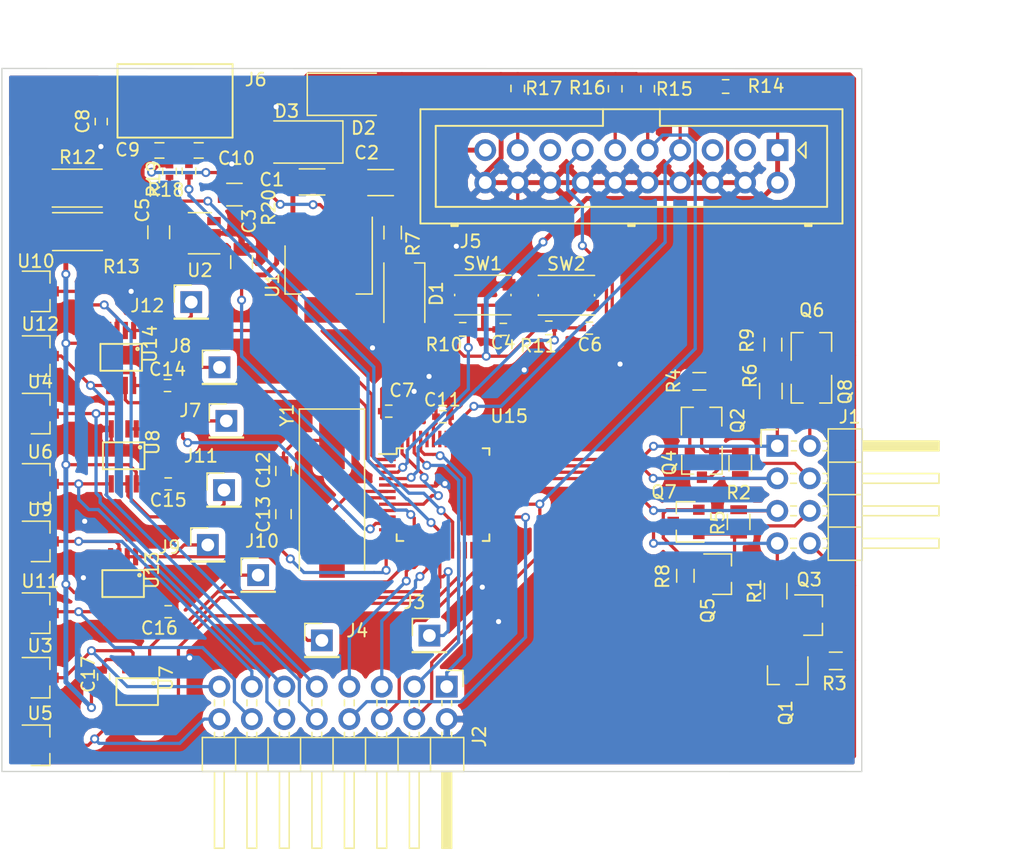
<source format=kicad_pcb>
(kicad_pcb (version 4) (host pcbnew 4.0.6)
  (layers (0 F.Cu signal) (31 B.Cu signal) (34 B.Paste user) (35 F.Paste user) (36 B.SilkS user) (37 F.SilkS user) (38 B.Mask user) (39 F.Mask user) (44 Edge.Cuts user))
  (net 0 "")
  (net 1 5V)
  (net 2 GND)
  (net 3 3.3V)
  (net 4 RESET)
  (net 5 10V)
  (net 6 BOOT)
  (net 7 "Net-(C8-Pad1)")
  (net 8 USB_D+)
  (net 9 USB_D-)
  (net 10 X_I)
  (net 11 X_O)
  (net 12 OPAMP_V+)
  (net 13 "Net-(D1-Pad1)")
  (net 14 "Net-(D2-Pad2)")
  (net 15 "Net-(D3-Pad2)")
  (net 16 PG_3)
  (net 17 PG_GND_3)
  (net 18 PG_2)
  (net 19 PG_GND_2)
  (net 20 PG_1)
  (net 21 PG_GND_1)
  (net 22 PG_0)
  (net 23 PG_GND_0)
  (net 24 LA_F_7)
  (net 25 LA_F_6)
  (net 26 SPI_MISO)
  (net 27 LA_F_5)
  (net 28 SPI_MOSI)
  (net 29 LA_F_4)
  (net 30 SPI_CLK)
  (net 31 LA_F_3)
  (net 32 UART_RX)
  (net 33 LA_F_2)
  (net 34 UART_TX)
  (net 35 LA_F_1)
  (net 36 I2C_SCL)
  (net 37 LA_F_0)
  (net 38 I2C_SDA)
  (net 39 "Net-(J5-Pad3)")
  (net 40 "Net-(J5-Pad5)")
  (net 41 SWD)
  (net 42 "Net-(J5-Pad11)")
  (net 43 "Net-(J5-Pad15)")
  (net 44 "Net-(J5-Pad17)")
  (net 45 "Net-(J6-Pad4)")
  (net 46 "Net-(Q1-Pad1)")
  (net 47 "Net-(Q1-Pad3)")
  (net 48 "Net-(Q2-Pad1)")
  (net 49 "Net-(Q2-Pad3)")
  (net 50 "Net-(Q5-Pad1)")
  (net 51 "Net-(Q5-Pad3)")
  (net 52 "Net-(Q6-Pad1)")
  (net 53 "Net-(Q6-Pad3)")
  (net 54 "Net-(R18-Pad2)")
  (net 55 "Net-(R19-Pad1)")
  (net 56 "Net-(U2-Pad3)")
  (net 57 LA_B_0)
  (net 58 LA_B_1)
  (net 59 LA_B_4)
  (net 60 LA_B_5)
  (net 61 LA_B_2)
  (net 62 LA_B_3)
  (net 63 LA_B_6)
  (net 64 LA_B_7)
  (net 65 "Net-(U15-Pad10)")
  (net 66 "Net-(U15-Pad22)")
  (net 67 "Net-(U15-Pad23)")
  (net 68 "Net-(U15-Pad24)")
  (net 69 "Net-(U15-Pad25)")
  (net 70 "Net-(U15-Pad26)")
  (net 71 "Net-(U15-Pad30)")
  (net 72 "Net-(U15-Pad31)")
  (net 73 "Net-(U15-Pad32)")
  (net 74 "Net-(U15-Pad37)")
  (net 75 "Net-(U15-Pad38)")
  (net 76 "Net-(U15-Pad40)")
  (net 77 "Net-(U15-Pad42)")
  (net 78 "Net-(U15-Pad43)")
  (net 79 "Net-(U15-Pad45)")
  (net 80 "Net-(U15-Pad48)")
  (net 81 "Net-(U15-Pad9)")
  (module TO_SOT_Packages_SMD:SOT-23 (layer F.Cu) (at 28 52.5)
    (fp_text reference U6 (at 0 -2.5) (layer F.SilkS))
    (fp_text value NUP1301)
    (pad 1 smd rect (at -1 -0.95) (size 0.9 0.8) (layers F.Cu F.Paste F.Mask) (net 2 GND))
    (pad 2 smd rect (at -1 0.95) (size 0.9 0.8) (layers F.Cu F.Paste F.Mask) (net 1 5V))
    (pad 3 smd rect (at 1 0) (size 0.9 0.8) (layers F.Cu F.Paste F.Mask) (net 27 LA_F_5))
  )
  (module TO_SOT_Packages_SMD:SOT-23 (layer F.Cu) (at 28 57)
    (fp_text reference U9 (at 0 -2.5) (layer F.SilkS))
    (fp_text value NUP1301)
    (pad 1 smd rect (at -1 -0.95) (size 0.9 0.8) (layers F.Cu F.Paste F.Mask) (net 2 GND))
    (pad 2 smd rect (at -1 0.95) (size 0.9 0.8) (layers F.Cu F.Paste F.Mask) (net 1 5V))
    (pad 3 smd rect (at 1 0) (size 0.9 0.8) (layers F.Cu F.Paste F.Mask) (net 33 LA_F_2))
  )
  (module TO_SOT_Packages_SMD:SOT-23 (layer F.Cu) (at 27.9908 72.9488)
    (fp_text reference U5 (at 0 -2.5) (layer F.SilkS))
    (fp_text value NUP1301)
    (pad 1 smd rect (at -1 -0.95) (size 0.9 0.8) (layers F.Cu F.Paste F.Mask) (net 2 GND))
    (pad 2 smd rect (at -1 0.95) (size 0.9 0.8) (layers F.Cu F.Paste F.Mask) (net 1 5V))
    (pad 3 smd rect (at 1 0) (size 0.9 0.8) (layers F.Cu F.Paste F.Mask) (net 35 LA_F_1))
  )
  (module TO_SOT_Packages_SMD:SOT-23 (layer F.Cu) (at 28 42.5)
    (fp_text reference U12 (at 0 -2.5) (layer F.SilkS))
    (fp_text value NUP1301)
    (pad 1 smd rect (at -1 -0.95) (size 0.9 0.8) (layers F.Cu F.Paste F.Mask) (net 2 GND))
    (pad 2 smd rect (at -1 0.95) (size 0.9 0.8) (layers F.Cu F.Paste F.Mask) (net 1 5V))
    (pad 3 smd rect (at 1 0) (size 0.9 0.8) (layers F.Cu F.Paste F.Mask) (net 24 LA_F_7))
  )
  (module Pin_Headers:Pin_Header_Straight_1x01_Pitch2.54mm (layer F.Cu) (at 58.42 64.3636)
    (fp_text reference J3 (at -1.1684 -2.5908) (layer F.SilkS))
    (fp_text value CONN_01X01)
    (pad 1 thru_hole rect (at 0 0) (size 1.7 1.7) (drill 1) (layers *.Cu *.Mask) (net 57 LA_B_0))
  )
  (module Pin_Headers:Pin_Header_Straight_1x01_Pitch2.54mm (layer F.Cu) (at 45.0342 59.6392)
    (fp_text reference J10 (at 0.3048 -2.667) (layer F.SilkS))
    (fp_text value CONN_01X01)
    (pad 1 thru_hole rect (at 0 0) (size 1.7 1.7) (drill 1) (layers *.Cu *.Mask) (net 62 LA_B_3))
  )
  (module Connectors_Multicomp:Multicomp_MC9A12-2034_2x10x2.54mm_Straight (layer F.Cu) (at 85.6488 26.3906 180)
    (fp_text reference J5 (at 24.003 -7.1374 180) (layer F.SilkS))
    (fp_text value JLink)
    (pad 1 thru_hole rect (at 0 0 180) (size 1.7 1.7) (drill 1) (layers *.Cu *.Mask) (net 3 3.3V))
    (pad 2 thru_hole circle (at 0 -2.54 180) (size 1.7 1.7) (drill 1) (layers *.Cu *.Mask) (net 3 3.3V))
    (pad 3 thru_hole circle (at 2.54 0 180) (size 1.7 1.7) (drill 1) (layers *.Cu *.Mask) (net 39 "Net-(J5-Pad3)"))
    (pad 4 thru_hole circle (at 2.54 -2.54 180) (size 1.7 1.7) (drill 1) (layers *.Cu *.Mask) (net 2 GND))
    (pad 5 thru_hole circle (at 5.08 0 180) (size 1.7 1.7) (drill 1) (layers *.Cu *.Mask) (net 40 "Net-(J5-Pad5)"))
    (pad 6 thru_hole circle (at 5.08 -2.54 180) (size 1.7 1.7) (drill 1) (layers *.Cu *.Mask) (net 2 GND))
    (pad 7 thru_hole circle (at 7.62 0 180) (size 1.7 1.7) (drill 1) (layers *.Cu *.Mask) (net 41 SWD))
    (pad 8 thru_hole circle (at 7.62 -2.54 180) (size 1.7 1.7) (drill 1) (layers *.Cu *.Mask) (net 2 GND))
    (pad 9 thru_hole circle (at 10.16 0 180) (size 1.7 1.7) (drill 1) (layers *.Cu *.Mask) (net 30 SPI_CLK))
    (pad 10 thru_hole circle (at 10.16 -2.54 180) (size 1.7 1.7) (drill 1) (layers *.Cu *.Mask) (net 2 GND))
    (pad 11 thru_hole circle (at 12.7 0 180) (size 1.7 1.7) (drill 1) (layers *.Cu *.Mask) (net 42 "Net-(J5-Pad11)"))
    (pad 12 thru_hole circle (at 12.7 -2.54 180) (size 1.7 1.7) (drill 1) (layers *.Cu *.Mask) (net 2 GND))
    (pad 13 thru_hole circle (at 15.24 0 180) (size 1.7 1.7) (drill 1) (layers *.Cu *.Mask) (net 28 SPI_MOSI))
    (pad 14 thru_hole circle (at 15.24 -2.54 180) (size 1.7 1.7) (drill 1) (layers *.Cu *.Mask) (net 2 GND))
    (pad 15 thru_hole circle (at 17.78 0 180) (size 1.7 1.7) (drill 1) (layers *.Cu *.Mask) (net 43 "Net-(J5-Pad15)"))
    (pad 16 thru_hole circle (at 17.78 -2.54 180) (size 1.7 1.7) (drill 1) (layers *.Cu *.Mask) (net 2 GND))
    (pad 17 thru_hole circle (at 20.32 0 180) (size 1.7 1.7) (drill 1) (layers *.Cu *.Mask) (net 44 "Net-(J5-Pad17)"))
    (pad 18 thru_hole circle (at 20.32 -2.54 180) (size 1.7 1.7) (drill 1) (layers *.Cu *.Mask) (net 2 GND))
    (pad 19 thru_hole circle (at 22.86 0 180) (size 1.7 1.7) (drill 1) (layers *.Cu *.Mask) (net 14 "Net-(D2-Pad2)"))
    (pad 20 thru_hole circle (at 22.86 -2.54 180) (size 1.7 1.7) (drill 1) (layers *.Cu *.Mask) (net 2 GND))
  )
  (module Capacitors_SMD:C_1206 (layer F.Cu) (at 49.2506 28.8798)
    (fp_text reference C1 (at -3.1496 -0.1778) (layer F.SilkS))
    (fp_text value 10µ)
    (pad 1 smd rect (at -1.5 0) (size 1 1.6) (layers F.Cu F.Paste F.Mask) (net 1 5V))
    (pad 2 smd rect (at 1.5 0) (size 1 1.6) (layers F.Cu F.Paste F.Mask) (net 2 GND))
  )
  (module Capacitors_SMD:C_1206 (layer F.Cu) (at 54.61 28.9306)
    (fp_text reference C2 (at -1.0922 -2.3368) (layer F.SilkS))
    (fp_text value 10µ)
    (pad 1 smd rect (at -1.5 0) (size 1 1.6) (layers F.Cu F.Paste F.Mask) (net 3 3.3V))
    (pad 2 smd rect (at 1.5 0) (size 1 1.6) (layers F.Cu F.Paste F.Mask) (net 2 GND))
  )
  (module Capacitors_SMD:C_0805 (layer F.Cu) (at 43.7388 35.1536 90)
    (fp_text reference C3 (at 3.2004 0.5842 90) (layer F.SilkS))
    (fp_text value 1uF)
    (pad 1 smd rect (at -1 0 90) (size 1 1.25) (layers F.Cu F.Paste F.Mask) (net 1 5V))
    (pad 2 smd rect (at 1 0 90) (size 1 1.25) (layers F.Cu F.Paste F.Mask) (net 2 GND))
  )
  (module Capacitors_SMD:C_0402 (layer F.Cu) (at 64.20104 40.41394)
    (fp_text reference C4 (at -0.01524 1.03886) (layer F.SilkS))
    (fp_text value 100n)
    (pad 1 smd rect (at -0.55 0) (size 0.6 0.5) (layers F.Cu F.Paste F.Mask) (net 4 RESET))
    (pad 2 smd rect (at 0.55 0) (size 0.6 0.5) (layers F.Cu F.Paste F.Mask) (net 2 GND))
  )
  (module Capacitors_SMD:C_0805 (layer F.Cu) (at 37.2618 32.8168 90)
    (fp_text reference C5 (at 1.7272 -1.27 90) (layer F.SilkS))
    (fp_text value 1uF)
    (pad 1 smd rect (at -1 0 90) (size 1 1.25) (layers F.Cu F.Paste F.Mask) (net 5 10V))
    (pad 2 smd rect (at 1 0 90) (size 1 1.25) (layers F.Cu F.Paste F.Mask) (net 2 GND))
  )
  (module Capacitors_SMD:C_0402 (layer F.Cu) (at 70.92442 40.31742)
    (fp_text reference C6 (at 0.04572 1.29286) (layer F.SilkS))
    (fp_text value 100n)
    (pad 1 smd rect (at -0.55 0) (size 0.6 0.5) (layers F.Cu F.Paste F.Mask) (net 6 BOOT))
    (pad 2 smd rect (at 0.55 0) (size 0.6 0.5) (layers F.Cu F.Paste F.Mask) (net 2 GND))
  )
  (module Capacitors_SMD:C_0402 (layer F.Cu) (at 55.245 46.8122 180)
    (fp_text reference C7 (at -1.016 1.6256 180) (layer F.SilkS))
    (fp_text value 100n)
    (pad 1 smd rect (at -0.55 0 180) (size 0.6 0.5) (layers F.Cu F.Paste F.Mask) (net 2 GND))
    (pad 2 smd rect (at 0.55 0 180) (size 0.6 0.5) (layers F.Cu F.Paste F.Mask) (net 3 3.3V))
  )
  (module Capacitors_SMD:C_0402 (layer F.Cu) (at 32.766 24.1554 270)
    (fp_text reference C8 (at -0.0254 1.4478 270) (layer F.SilkS))
    (fp_text value 100n)
    (pad 1 smd rect (at -0.55 0 270) (size 0.6 0.5) (layers F.Cu F.Paste F.Mask) (net 7 "Net-(C8-Pad1)"))
    (pad 2 smd rect (at 0.55 0 270) (size 0.6 0.5) (layers F.Cu F.Paste F.Mask) (net 2 GND))
  )
  (module Capacitors_SMD:C_0603 (layer F.Cu) (at 37.3126 26.416 180)
    (fp_text reference C9 (at 2.4892 0.0508 180) (layer F.SilkS))
    (fp_text value 18p)
    (pad 1 smd rect (at -0.75 0 180) (size 0.8 0.75) (layers F.Cu F.Paste F.Mask) (net 8 USB_D+))
    (pad 2 smd rect (at 0.75 0 180) (size 0.8 0.75) (layers F.Cu F.Paste F.Mask) (net 2 GND))
  )
  (module Capacitors_SMD:C_0603 (layer F.Cu) (at 40.386 26.416)
    (fp_text reference C10 (at 2.9464 0.6096) (layer F.SilkS))
    (fp_text value 18p)
    (pad 1 smd rect (at -0.75 0) (size 0.8 0.75) (layers F.Cu F.Paste F.Mask) (net 9 USB_D-))
    (pad 2 smd rect (at 0.75 0) (size 0.8 0.75) (layers F.Cu F.Paste F.Mask) (net 2 GND))
  )
  (module Capacitors_SMD:C_0402 (layer F.Cu) (at 59.4868 47.244)
    (fp_text reference C11 (at -0.0508 -1.3208) (layer F.SilkS))
    (fp_text value 100n)
    (pad 1 smd rect (at -0.55 0) (size 0.6 0.5) (layers F.Cu F.Paste F.Mask) (net 3 3.3V))
    (pad 2 smd rect (at 0.55 0) (size 0.6 0.5) (layers F.Cu F.Paste F.Mask) (net 2 GND))
  )
  (module Capacitors_SMD:C_0603 (layer F.Cu) (at 47.0154 51.49088 270)
    (fp_text reference C12 (at -0.07112 1.5748 270) (layer F.SilkS))
    (fp_text value 27pF)
    (pad 1 smd rect (at -0.75 0 270) (size 0.8 0.75) (layers F.Cu F.Paste F.Mask) (net 10 X_I))
    (pad 2 smd rect (at 0.75 0 270) (size 0.8 0.75) (layers F.Cu F.Paste F.Mask) (net 2 GND))
  )
  (module Capacitors_SMD:C_0603 (layer F.Cu) (at 47.0154 54.86654 90)
    (fp_text reference C13 (at -0.0127 -1.5748 90) (layer F.SilkS))
    (fp_text value 27pF)
    (pad 1 smd rect (at -0.75 0 90) (size 0.8 0.75) (layers F.Cu F.Paste F.Mask) (net 11 X_O))
    (pad 2 smd rect (at 0.75 0 90) (size 0.8 0.75) (layers F.Cu F.Paste F.Mask) (net 2 GND))
  )
  (module Capacitors_SMD:C_0402 (layer F.Cu) (at 37.9476 44.8056)
    (fp_text reference C14 (at 0 -1.27) (layer F.SilkS))
    (fp_text value 100n)
    (pad 1 smd rect (at -0.55 0) (size 0.6 0.5) (layers F.Cu F.Paste F.Mask) (net 12 OPAMP_V+))
    (pad 2 smd rect (at 0.55 0) (size 0.6 0.5) (layers F.Cu F.Paste F.Mask) (net 2 GND))
  )
  (module Capacitors_SMD:C_0402 (layer F.Cu) (at 38 52.5 180)
    (fp_text reference C15 (at 0 -1.27 180) (layer F.SilkS))
    (fp_text value 100n)
    (pad 1 smd rect (at -0.55 0 180) (size 0.6 0.5) (layers F.Cu F.Paste F.Mask) (net 2 GND))
    (pad 2 smd rect (at 0.55 0 180) (size 0.6 0.5) (layers F.Cu F.Paste F.Mask) (net 12 OPAMP_V+))
  )
  (module Capacitors_SMD:C_0402 (layer F.Cu) (at 38 62.5)
    (fp_text reference C16 (at -0.6874 1.2794) (layer F.SilkS))
    (fp_text value 100n)
    (pad 1 smd rect (at -0.55 0) (size 0.6 0.5) (layers F.Cu F.Paste F.Mask) (net 12 OPAMP_V+))
    (pad 2 smd rect (at 0.55 0) (size 0.6 0.5) (layers F.Cu F.Paste F.Mask) (net 2 GND))
  )
  (module Capacitors_SMD:C_0402 (layer F.Cu) (at 32.95 67.6 270)
    (fp_text reference C17 (at -0.2 1.2 270) (layer F.SilkS))
    (fp_text value 100n)
    (pad 1 smd rect (at -0.55 0 270) (size 0.6 0.5) (layers F.Cu F.Paste F.Mask) (net 2 GND))
    (pad 2 smd rect (at 0.55 0 270) (size 0.6 0.5) (layers F.Cu F.Paste F.Mask) (net 12 OPAMP_V+))
  )
  (module LEDs:LED_PLCC-2 (layer F.Cu) (at 56.4642 37.6174 270)
    (fp_text reference D1 (at 0 -2.5 270) (layer F.SilkS))
    (fp_text value Pwr_LED)
    (pad 1 smd rect (at -1.5 0 270) (size 1.5 2.6) (layers F.Cu F.Paste F.Mask) (net 13 "Net-(D1-Pad1)"))
    (pad 2 smd rect (at 1.5 0 270) (size 1.5 2.6) (layers F.Cu F.Paste F.Mask) (net 3 3.3V))
  )
  (module Diodes_SMD:D_SMA (layer F.Cu) (at 52.2732 22.0218)
    (fp_text reference D2 (at 0.9972 2.6416) (layer F.SilkS))
    (fp_text value STPS1L30A)
    (pad 1 smd rect (at -2 0) (size 2.5 1.8) (layers F.Cu F.Paste F.Mask) (net 1 5V))
    (pad 2 smd rect (at 2 0) (size 2.5 1.8) (layers F.Cu F.Paste F.Mask) (net 14 "Net-(D2-Pad2)"))
  )
  (module Diodes_SMD:D_SMA (layer F.Cu) (at 48.26 25.7556 180)
    (fp_text reference D3 (at 0.9906 2.413 360) (layer F.SilkS))
    (fp_text value STPS1L30A)
    (pad 1 smd rect (at -2 0 180) (size 2.5 1.8) (layers F.Cu F.Paste F.Mask) (net 1 5V))
    (pad 2 smd rect (at 2 0 180) (size 2.5 1.8) (layers F.Cu F.Paste F.Mask) (net 15 "Net-(D3-Pad2)"))
  )
  (module Pin_Headers:Pin_Header_Angled_2x04_Pitch2.54mm (layer F.Cu) (at 85.6234 49.53)
    (fp_text reference J1 (at 5.655 -2.27) (layer F.SilkS))
    (fp_text value PG/PG_GND)
    (pad 1 thru_hole rect (at 0 0) (size 1.7 1.7) (drill 1) (layers *.Cu *.Mask) (net 16 PG_3))
    (pad 2 thru_hole oval (at 2.54 0) (size 1.7 1.7) (drill 1) (layers *.Cu *.Mask) (net 17 PG_GND_3))
    (pad 3 thru_hole oval (at 0 2.54) (size 1.7 1.7) (drill 1) (layers *.Cu *.Mask) (net 18 PG_2))
    (pad 4 thru_hole oval (at 2.54 2.54) (size 1.7 1.7) (drill 1) (layers *.Cu *.Mask) (net 19 PG_GND_2))
    (pad 5 thru_hole oval (at 0 5.08) (size 1.7 1.7) (drill 1) (layers *.Cu *.Mask) (net 20 PG_1))
    (pad 6 thru_hole oval (at 2.54 5.08) (size 1.7 1.7) (drill 1) (layers *.Cu *.Mask) (net 21 PG_GND_1))
    (pad 7 thru_hole oval (at 0 7.62) (size 1.7 1.7) (drill 1) (layers *.Cu *.Mask) (net 22 PG_0))
    (pad 8 thru_hole oval (at 2.54 7.62) (size 1.7 1.7) (drill 1) (layers *.Cu *.Mask) (net 23 PG_GND_0))
  )
  (module Pin_Headers:Pin_Header_Angled_2x08_Pitch2.54mm (layer F.Cu) (at 59.78 68.36 270)
    (fp_text reference J2 (at 3.903 -2.5516 270) (layer F.SilkS))
    (fp_text value LA/Protocol/GND)
    (pad 1 thru_hole rect (at 0 0 270) (size 1.7 1.7) (drill 1) (layers *.Cu *.Mask) (net 32 UART_RX))
    (pad 2 thru_hole oval (at 2.54 0 270) (size 1.7 1.7) (drill 1) (layers *.Cu *.Mask) (net 2 GND))
    (pad 3 thru_hole oval (at 0 2.54 270) (size 1.7 1.7) (drill 1) (layers *.Cu *.Mask) (net 34 UART_TX))
    (pad 4 thru_hole oval (at 2.54 2.54 270) (size 1.7 1.7) (drill 1) (layers *.Cu *.Mask) (net 30 SPI_CLK))
    (pad 5 thru_hole oval (at 0 5.08 270) (size 1.7 1.7) (drill 1) (layers *.Cu *.Mask) (net 38 I2C_SDA))
    (pad 6 thru_hole oval (at 2.54 5.08 270) (size 1.7 1.7) (drill 1) (layers *.Cu *.Mask) (net 28 SPI_MOSI))
    (pad 7 thru_hole oval (at 0 7.62 270) (size 1.7 1.7) (drill 1) (layers *.Cu *.Mask) (net 36 I2C_SCL))
    (pad 8 thru_hole oval (at 2.54 7.62 270) (size 1.7 1.7) (drill 1) (layers *.Cu *.Mask) (net 26 SPI_MISO))
    (pad 9 thru_hole oval (at 0 10.16 270) (size 1.7 1.7) (drill 1) (layers *.Cu *.Mask) (net 25 LA_F_6))
    (pad 10 thru_hole oval (at 2.54 10.16 270) (size 1.7 1.7) (drill 1) (layers *.Cu *.Mask) (net 24 LA_F_7))
    (pad 11 thru_hole oval (at 0 12.7 270) (size 1.7 1.7) (drill 1) (layers *.Cu *.Mask) (net 29 LA_F_4))
    (pad 12 thru_hole oval (at 2.54 12.7 270) (size 1.7 1.7) (drill 1) (layers *.Cu *.Mask) (net 27 LA_F_5))
    (pad 13 thru_hole oval (at 0 15.24 270) (size 1.7 1.7) (drill 1) (layers *.Cu *.Mask) (net 33 LA_F_2))
    (pad 14 thru_hole oval (at 2.54 15.24 270) (size 1.7 1.7) (drill 1) (layers *.Cu *.Mask) (net 31 LA_F_3))
    (pad 15 thru_hole oval (at 0 17.78 270) (size 1.7 1.7) (drill 1) (layers *.Cu *.Mask) (net 37 LA_F_0))
    (pad 16 thru_hole oval (at 2.54 17.78 270) (size 1.7 1.7) (drill 1) (layers *.Cu *.Mask) (net 35 LA_F_1))
  )
  (module openLab_LA:USB_Micro-B_10103594-0001LF (layer F.Cu) (at 38.5364 22.4094 180)
    (fp_text reference J6 (at -6.31 1.53 180) (layer F.SilkS))
    (fp_text value USB_OTG)
    (pad 6 smd rect (at -4.5 0.75 270) (size 1.9 1.8) (layers F.Cu F.Paste F.Mask) (net 7 "Net-(C8-Pad1)"))
    (pad 6 smd rect (at 4.5 0.75 270) (size 1.9 1.8) (layers F.Cu F.Paste F.Mask) (net 7 "Net-(C8-Pad1)"))
    (pad 1 smd rect (at -1.3 -2 270) (size 1.6 0.4) (layers F.Cu F.Paste F.Mask) (net 15 "Net-(D3-Pad2)"))
    (pad 2 smd rect (at -0.65 -2 270) (size 1.6 0.4) (layers F.Cu F.Paste F.Mask) (net 9 USB_D-))
    (pad 3 smd rect (at -0.0009 -2 270) (size 1.6 0.4) (layers F.Cu F.Paste F.Mask) (net 8 USB_D+))
    (pad 4 smd rect (at 0.65 -2 270) (size 1.6 0.4) (layers F.Cu F.Paste F.Mask) (net 45 "Net-(J6-Pad4)"))
    (pad 5 smd rect (at 1.3 -2 270) (size 1.6 0.4) (layers F.Cu F.Paste F.Mask) (net 2 GND))
    (pad 6 smd rect (at -1.25 0.75 270) (size 1.9 1.8) (layers F.Cu F.Paste F.Mask) (net 7 "Net-(C8-Pad1)"))
    (pad 6 smd rect (at 1.25 0.75 270) (size 1.9 1.8) (layers F.Cu F.Paste F.Mask) (net 7 "Net-(C8-Pad1)"))
  )
  (module TO_SOT_Packages_SMD:SOT-23 (layer F.Cu) (at 86.4362 67.437 270)
    (fp_text reference Q1 (at 2.9718 0.1524 270) (layer F.SilkS))
    (fp_text value BC847C)
    (pad 1 smd rect (at -1 -0.95 270) (size 0.9 0.8) (layers F.Cu F.Paste F.Mask) (net 46 "Net-(Q1-Pad1)"))
    (pad 2 smd rect (at -1 0.95 270) (size 0.9 0.8) (layers F.Cu F.Paste F.Mask) (net 2 GND))
    (pad 3 smd rect (at 1 0 270) (size 0.9 0.8) (layers F.Cu F.Paste F.Mask) (net 47 "Net-(Q1-Pad3)"))
  )
  (module TO_SOT_Packages_SMD:SOT-23 (layer F.Cu) (at 79.7052 47.2694 90)
    (fp_text reference Q2 (at -0.2794 2.8194 90) (layer F.SilkS))
    (fp_text value BC847C)
    (pad 1 smd rect (at -1 -0.95 90) (size 0.9 0.8) (layers F.Cu F.Paste F.Mask) (net 48 "Net-(Q2-Pad1)"))
    (pad 2 smd rect (at -1 0.95 90) (size 0.9 0.8) (layers F.Cu F.Paste F.Mask) (net 2 GND))
    (pad 3 smd rect (at 1 0 90) (size 0.9 0.8) (layers F.Cu F.Paste F.Mask) (net 49 "Net-(Q2-Pad3)"))
  )
  (module TO_SOT_Packages_SMD:SOT-23 (layer F.Cu) (at 88.392 62.7634)
    (fp_text reference Q3 (at -0.2794 -2.7686) (layer F.SilkS))
    (fp_text value BC847C)
    (pad 1 smd rect (at -1 -0.95) (size 0.9 0.8) (layers F.Cu F.Paste F.Mask) (net 47 "Net-(Q1-Pad3)"))
    (pad 2 smd rect (at -1 0.95) (size 0.9 0.8) (layers F.Cu F.Paste F.Mask) (net 46 "Net-(Q1-Pad1)"))
    (pad 3 smd rect (at 1 0) (size 0.9 0.8) (layers F.Cu F.Paste F.Mask) (net 23 PG_GND_0))
  )
  (module TO_SOT_Packages_SMD:SOT-23 (layer F.Cu) (at 79.7306 50.9778 270)
    (fp_text reference Q4 (at -0.127 2.54 270) (layer F.SilkS))
    (fp_text value BC847C)
    (pad 1 smd rect (at -1 -0.95 270) (size 0.9 0.8) (layers F.Cu F.Paste F.Mask) (net 49 "Net-(Q2-Pad3)"))
    (pad 2 smd rect (at -1 0.95 270) (size 0.9 0.8) (layers F.Cu F.Paste F.Mask) (net 48 "Net-(Q2-Pad1)"))
    (pad 3 smd rect (at 1 0 270) (size 0.9 0.8) (layers F.Cu F.Paste F.Mask) (net 19 PG_GND_2))
  )
  (module TO_SOT_Packages_SMD:SOT-23 (layer F.Cu) (at 81.28 59.563)
    (fp_text reference Q5 (at -1.0922 2.8448 90) (layer F.SilkS))
    (fp_text value BC847C)
    (pad 1 smd rect (at -1 -0.95) (size 0.9 0.8) (layers F.Cu F.Paste F.Mask) (net 50 "Net-(Q5-Pad1)"))
    (pad 2 smd rect (at -1 0.95) (size 0.9 0.8) (layers F.Cu F.Paste F.Mask) (net 2 GND))
    (pad 3 smd rect (at 1 0) (size 0.9 0.8) (layers F.Cu F.Paste F.Mask) (net 51 "Net-(Q5-Pad3)"))
  )
  (module TO_SOT_Packages_SMD:SOT-23 (layer F.Cu) (at 88.2904 41.4274 90)
    (fp_text reference Q6 (at 2.5146 0.0254 180) (layer F.SilkS))
    (fp_text value BC847C)
    (pad 1 smd rect (at -1 -0.95 90) (size 0.9 0.8) (layers F.Cu F.Paste F.Mask) (net 52 "Net-(Q6-Pad1)"))
    (pad 2 smd rect (at -1 0.95 90) (size 0.9 0.8) (layers F.Cu F.Paste F.Mask) (net 2 GND))
    (pad 3 smd rect (at 1 0 90) (size 0.9 0.8) (layers F.Cu F.Paste F.Mask) (net 53 "Net-(Q6-Pad3)"))
  )
  (module TO_SOT_Packages_SMD:SOT-23 (layer F.Cu) (at 78.486 55.4736 180)
    (fp_text reference Q7 (at 1.7272 2.3368 180) (layer F.SilkS))
    (fp_text value BC847C)
    (pad 1 smd rect (at -1 -0.95 180) (size 0.9 0.8) (layers F.Cu F.Paste F.Mask) (net 51 "Net-(Q5-Pad3)"))
    (pad 2 smd rect (at -1 0.95 180) (size 0.9 0.8) (layers F.Cu F.Paste F.Mask) (net 50 "Net-(Q5-Pad1)"))
    (pad 3 smd rect (at 1 0 180) (size 0.9 0.8) (layers F.Cu F.Paste F.Mask) (net 21 PG_GND_1))
  )
  (module TO_SOT_Packages_SMD:SOT-23 (layer F.Cu) (at 88.2904 45.4152 270)
    (fp_text reference Q8 (at -0.127 -2.6416 270) (layer F.SilkS))
    (fp_text value BC847C)
    (pad 1 smd rect (at -1 -0.95 270) (size 0.9 0.8) (layers F.Cu F.Paste F.Mask) (net 53 "Net-(Q6-Pad3)"))
    (pad 2 smd rect (at -1 0.95 270) (size 0.9 0.8) (layers F.Cu F.Paste F.Mask) (net 52 "Net-(Q6-Pad1)"))
    (pad 3 smd rect (at 1 0 270) (size 0.9 0.8) (layers F.Cu F.Paste F.Mask) (net 17 PG_GND_3))
  )
  (module Resistors_SMD:R_0805 (layer F.Cu) (at 85.4964 60.894 90)
    (fp_text reference R1 (at 0 -1.65 90) (layer F.SilkS))
    (fp_text value 4k7)
    (pad 1 smd rect (at -0.95 0 90) (size 0.7 1.3) (layers F.Cu F.Paste F.Mask) (net 47 "Net-(Q1-Pad3)"))
    (pad 2 smd rect (at 0.95 0 90) (size 0.7 1.3) (layers F.Cu F.Paste F.Mask) (net 22 PG_0))
  )
  (module Resistors_SMD:R_0805 (layer F.Cu) (at 82.7278 50.8914 270)
    (fp_text reference R2 (at 2.2962 0.127 360) (layer F.SilkS))
    (fp_text value 4k7)
    (pad 1 smd rect (at -0.95 0 270) (size 0.7 1.3) (layers F.Cu F.Paste F.Mask) (net 49 "Net-(Q2-Pad3)"))
    (pad 2 smd rect (at 0.95 0 270) (size 0.7 1.3) (layers F.Cu F.Paste F.Mask) (net 18 PG_2))
  )
  (module Resistors_SMD:R_0603 (layer F.Cu) (at 90.1954 66.3448)
    (fp_text reference R3 (at -0.1016 1.778) (layer F.SilkS))
    (fp_text value 237)
    (pad 1 smd rect (at -0.75 0) (size 0.5 0.9) (layers F.Cu F.Paste F.Mask) (net 46 "Net-(Q1-Pad1)"))
    (pad 2 smd rect (at 0.75 0) (size 0.5 0.9) (layers F.Cu F.Paste F.Mask) (net 2 GND))
  )
  (module Resistors_SMD:R_0603 (layer F.Cu) (at 79.5274 44.4754)
    (fp_text reference R4 (at -2.0066 -0.0254 90) (layer F.SilkS))
    (fp_text value 237)
    (pad 1 smd rect (at -0.75 0) (size 0.5 0.9) (layers F.Cu F.Paste F.Mask) (net 48 "Net-(Q2-Pad1)"))
    (pad 2 smd rect (at 0.75 0) (size 0.5 0.9) (layers F.Cu F.Paste F.Mask) (net 2 GND))
  )
  (module Resistors_SMD:R_0805 (layer F.Cu) (at 82.6008 55.4736 90)
    (fp_text reference R5 (at -0.0762 -1.6256 90) (layer F.SilkS))
    (fp_text value 4k7)
    (pad 1 smd rect (at -0.95 0 90) (size 0.7 1.3) (layers F.Cu F.Paste F.Mask) (net 51 "Net-(Q5-Pad3)"))
    (pad 2 smd rect (at 0.95 0 90) (size 0.7 1.3) (layers F.Cu F.Paste F.Mask) (net 20 PG_1))
  )
  (module Resistors_SMD:R_0805 (layer F.Cu) (at 85.1154 45.2374 270)
    (fp_text reference R6 (at -1.1938 1.6256 270) (layer F.SilkS))
    (fp_text value 4k7)
    (pad 1 smd rect (at -0.95 0 270) (size 0.7 1.3) (layers F.Cu F.Paste F.Mask) (net 53 "Net-(Q6-Pad3)"))
    (pad 2 smd rect (at 0.95 0 270) (size 0.7 1.3) (layers F.Cu F.Paste F.Mask) (net 16 PG_3))
  )
  (module Resistors_SMD:R_0603 (layer F.Cu) (at 55.5498 32.8422 90)
    (fp_text reference R7 (at -0.889 1.6002 90) (layer F.SilkS))
    (fp_text value 750)
    (pad 1 smd rect (at -0.75 0 90) (size 0.5 0.9) (layers F.Cu F.Paste F.Mask) (net 13 "Net-(D1-Pad1)"))
    (pad 2 smd rect (at 0.75 0 90) (size 0.5 0.9) (layers F.Cu F.Paste F.Mask) (net 2 GND))
  )
  (module Resistors_SMD:R_0603 (layer F.Cu) (at 78.4352 59.69 270)
    (fp_text reference R8 (at 0.0508 1.778 270) (layer F.SilkS))
    (fp_text value 237)
    (pad 1 smd rect (at -0.75 0 270) (size 0.5 0.9) (layers F.Cu F.Paste F.Mask) (net 50 "Net-(Q5-Pad1)"))
    (pad 2 smd rect (at 0.75 0 270) (size 0.5 0.9) (layers F.Cu F.Paste F.Mask) (net 2 GND))
  )
  (module Resistors_SMD:R_0603 (layer F.Cu) (at 85.2932 41.6052 90)
    (fp_text reference R9 (at 0.3302 -2.032 90) (layer F.SilkS))
    (fp_text value 237)
    (pad 1 smd rect (at -0.75 0 90) (size 0.5 0.9) (layers F.Cu F.Paste F.Mask) (net 52 "Net-(Q6-Pad1)"))
    (pad 2 smd rect (at 0.75 0 90) (size 0.5 0.9) (layers F.Cu F.Paste F.Mask) (net 2 GND))
  )
  (module Resistors_SMD:R_0402 (layer F.Cu) (at 61.02604 40.41394)
    (fp_text reference R10 (at -1.46304 1.19126) (layer F.SilkS))
    (fp_text value 10k)
    (pad 1 smd rect (at -0.45 0) (size 0.4 0.6) (layers F.Cu F.Paste F.Mask) (net 3 3.3V))
    (pad 2 smd rect (at 0.45 0) (size 0.4 0.6) (layers F.Cu F.Paste F.Mask) (net 4 RESET))
  )
  (module Resistors_SMD:R_0402 (layer F.Cu) (at 67.75958 40.29456)
    (fp_text reference R11 (at -0.82296 1.40716) (layer F.SilkS))
    (fp_text value 10k)
    (pad 1 smd rect (at -0.45 0) (size 0.4 0.6) (layers F.Cu F.Paste F.Mask) (net 3 3.3V))
    (pad 2 smd rect (at 0.45 0) (size 0.4 0.6) (layers F.Cu F.Paste F.Mask) (net 6 BOOT))
  )
  (module Resistors_SMD:R_2010_HandSoldering (layer F.Cu) (at 30.8864 29.3624 180)
    (fp_text reference R12 (at -0.0254 2.413 180) (layer F.SilkS))
    (fp_text value 0)
    (pad 1 smd rect (at -3.15 0 180) (size 2.4 2.5) (layers F.Cu F.Paste F.Mask) (net 1 5V))
    (pad 2 smd rect (at 3.15 0 180) (size 2.4 2.5) (layers F.Cu F.Paste F.Mask) (net 12 OPAMP_V+))
  )
  (module Resistors_SMD:R_2010_HandSoldering (layer F.Cu) (at 30.9118 32.766 180)
    (fp_text reference R13 (at -3.429 -2.7432 180) (layer F.SilkS))
    (fp_text value 0)
    (pad 1 smd rect (at -3.15 0 180) (size 2.4 2.5) (layers F.Cu F.Paste F.Mask) (net 5 10V))
    (pad 2 smd rect (at 3.15 0 180) (size 2.4 2.5) (layers F.Cu F.Paste F.Mask) (net 12 OPAMP_V+))
  )
  (module Resistors_SMD:R_0402 (layer F.Cu) (at 81.5848 21.4122 180)
    (fp_text reference R14 (at -3.1496 0.0254 180) (layer F.SilkS))
    (fp_text value 10k)
    (pad 1 smd rect (at -0.45 0 180) (size 0.4 0.6) (layers F.Cu F.Paste F.Mask) (net 3 3.3V))
    (pad 2 smd rect (at 0.45 0 180) (size 0.4 0.6) (layers F.Cu F.Paste F.Mask) (net 41 SWD))
  )
  (module Resistors_SMD:R_0402 (layer F.Cu) (at 75.4888 21.59 270)
    (fp_text reference R15 (at 0.0254 -2.0828 360) (layer F.SilkS))
    (fp_text value 10k)
    (pad 1 smd rect (at -0.45 0 270) (size 0.4 0.6) (layers F.Cu F.Paste F.Mask) (net 2 GND))
    (pad 2 smd rect (at 0.45 0 270) (size 0.4 0.6) (layers F.Cu F.Paste F.Mask) (net 30 SPI_CLK))
  )
  (module Resistors_SMD:R_0402 (layer F.Cu) (at 72.9488 21.59 270)
    (fp_text reference R16 (at -0.0762 2.1844 360) (layer F.SilkS))
    (fp_text value 10k)
    (pad 1 smd rect (at -0.45 0 270) (size 0.4 0.6) (layers F.Cu F.Paste F.Mask) (net 2 GND))
    (pad 2 smd rect (at 0.45 0 270) (size 0.4 0.6) (layers F.Cu F.Paste F.Mask) (net 42 "Net-(J5-Pad11)"))
  )
  (module Resistors_SMD:R_0402 (layer F.Cu) (at 65.3288 21.5646 270)
    (fp_text reference R17 (at 0 -2.032 360) (layer F.SilkS))
    (fp_text value 10k)
    (pad 1 smd rect (at -0.45 0 270) (size 0.4 0.6) (layers F.Cu F.Paste F.Mask) (net 2 GND))
    (pad 2 smd rect (at 0.45 0 270) (size 0.4 0.6) (layers F.Cu F.Paste F.Mask) (net 44 "Net-(J5-Pad17)"))
  )
  (module Resistors_SMD:R_0402 (layer F.Cu) (at 39.624 28.0416 270)
    (fp_text reference R18 (at 1.4732 1.8034 360) (layer F.SilkS))
    (fp_text value 33)
    (pad 1 smd rect (at -0.45 0 270) (size 0.4 0.6) (layers F.Cu F.Paste F.Mask) (net 9 USB_D-))
    (pad 2 smd rect (at 0.45 0 270) (size 0.4 0.6) (layers F.Cu F.Paste F.Mask) (net 54 "Net-(R18-Pad2)"))
  )
  (module Resistors_SMD:R_0402 (layer F.Cu) (at 38.1 28.067 90)
    (fp_text reference R19 (at -0.5842 -1.2446 90) (layer F.SilkS))
    (fp_text value 33)
    (pad 1 smd rect (at -0.45 0 90) (size 0.4 0.6) (layers F.Cu F.Paste F.Mask) (net 55 "Net-(R19-Pad1)"))
    (pad 2 smd rect (at 0.45 0 90) (size 0.4 0.6) (layers F.Cu F.Paste F.Mask) (net 8 USB_D+))
  )
  (module Resistors_SMD:R_0805 (layer F.Cu) (at 43.18 29.8704 180)
    (fp_text reference R20 (at -2.682 -0.9966 270) (layer F.SilkS))
    (fp_text value 1.5k)
    (pad 1 smd rect (at -0.95 0 180) (size 0.7 1.3) (layers F.Cu F.Paste F.Mask) (net 3 3.3V))
    (pad 2 smd rect (at 0.95 0 180) (size 0.7 1.3) (layers F.Cu F.Paste F.Mask) (net 8 USB_D+))
  )
  (module Buttons_Switches_SMD:SW_SPST_KMR2 (layer F.Cu) (at 62.59954 37.72544)
    (fp_text reference SW1 (at 0 -2.45) (layer F.SilkS))
    (fp_text value Reset)
    (pad 1 smd rect (at -2.05 -0.8 90) (size 0.9 1) (layers F.Cu F.Paste F.Mask) (net 2 GND))
    (pad 2 smd rect (at -2.05 0.8 90) (size 0.9 1) (layers F.Cu F.Paste F.Mask) (net 4 RESET))
    (pad 1 smd rect (at 2.05 -0.8 90) (size 0.9 1) (layers F.Cu F.Paste F.Mask) (net 2 GND))
    (pad 2 smd rect (at 2.05 0.8 90) (size 0.9 1) (layers F.Cu F.Paste F.Mask) (net 4 RESET))
  )
  (module Buttons_Switches_SMD:SW_SPST_KMR2 (layer F.Cu) (at 69.13372 37.7444)
    (fp_text reference SW2 (at 0 -2.45) (layer F.SilkS))
    (fp_text value Boot)
    (pad 1 smd rect (at -2.05 -0.8 90) (size 0.9 1) (layers F.Cu F.Paste F.Mask) (net 2 GND))
    (pad 2 smd rect (at -2.05 0.8 90) (size 0.9 1) (layers F.Cu F.Paste F.Mask) (net 6 BOOT))
    (pad 1 smd rect (at 2.05 -0.8 90) (size 0.9 1) (layers F.Cu F.Paste F.Mask) (net 2 GND))
    (pad 2 smd rect (at 2.05 0.8 90) (size 0.9 1) (layers F.Cu F.Paste F.Mask) (net 6 BOOT))
  )
  (module TO_SOT_Packages_SMD:SOT-223 (layer F.Cu) (at 50.546 35.7378 270)
    (fp_text reference U1 (at 1.2192 4.3942 270) (layer F.SilkS))
    (fp_text value LM1117-3.3)
    (pad 4 smd rect (at 3.15 0 270) (size 2 3.8) (layers F.Cu F.Paste F.Mask) (net 3 3.3V))
    (pad 2 smd rect (at -3.15 0 270) (size 2 1.5) (layers F.Cu F.Paste F.Mask) (net 3 3.3V))
    (pad 3 smd rect (at -3.15 2.3 270) (size 2 1.5) (layers F.Cu F.Paste F.Mask) (net 1 5V))
    (pad 1 smd rect (at -3.15 -2.3 270) (size 2 1.5) (layers F.Cu F.Paste F.Mask) (net 2 GND))
  )
  (module TO_SOT_Packages_SMD:SOT-23-5 (layer F.Cu) (at 40.4798 32.893 180)
    (fp_text reference U2 (at 0 -2.9 180) (layer F.SilkS))
    (fp_text value MCP1804T-A002I/OT)
    (pad 1 smd rect (at -1.1 -0.95 180) (size 1.06 0.65) (layers F.Cu F.Paste F.Mask) (net 1 5V))
    (pad 2 smd rect (at -1.1 0 180) (size 1.06 0.65) (layers F.Cu F.Paste F.Mask) (net 2 GND))
    (pad 3 smd rect (at -1.1 0.95 180) (size 1.06 0.65) (layers F.Cu F.Paste F.Mask) (net 56 "Net-(U2-Pad3)"))
    (pad 4 smd rect (at 1.1 0.95 180) (size 1.06 0.65) (layers F.Cu F.Paste F.Mask) (net 1 5V))
    (pad 5 smd rect (at 1.1 -0.95 180) (size 1.06 0.65) (layers F.Cu F.Paste F.Mask) (net 5 10V))
  )
  (module openLab_LA:uMAX-8 (layer F.Cu) (at 36.55 66.65 270)
    (fp_text reference U7 (at 1.05 -1.3 270) (layer F.SilkS))
    (fp_text value MAX4392EUA+ hide)
    (pad 1 smd rect (at 0 0 270) (size 1.35 0.4) (layers F.Cu F.Paste F.Mask) (net 57 LA_B_0))
    (pad 2 smd rect (at 0 0.65 270) (size 1.35 0.4) (layers F.Cu F.Paste F.Mask) (net 57 LA_B_0))
    (pad 3 smd rect (at 0 1.3 270) (size 1.35 0.4) (layers F.Cu F.Paste F.Mask) (net 37 LA_F_0))
    (pad 4 smd rect (at 0 1.95 270) (size 1.35 0.4) (layers F.Cu F.Paste F.Mask) (net 2 GND))
    (pad 8 smd rect (at 4.3 0 270) (size 1.35 0.4) (layers F.Cu F.Paste F.Mask) (net 12 OPAMP_V+))
    (pad 7 smd rect (at 4.3 0.65 270) (size 1.35 0.4) (layers F.Cu F.Paste F.Mask) (net 58 LA_B_1))
    (pad 6 smd rect (at 4.3 1.3 270) (size 1.35 0.4) (layers F.Cu F.Paste F.Mask) (net 58 LA_B_1))
    (pad 5 smd rect (at 4.3 1.95 270) (size 1.35 0.4) (layers F.Cu F.Paste F.Mask) (net 35 LA_F_1))
  )
  (module openLab_LA:uMAX-8 (layer F.Cu) (at 35.5 48.2 270)
    (fp_text reference U8 (at 1.05 -1.3 270) (layer F.SilkS))
    (fp_text value MAX4392EUA+ hide)
    (pad 1 smd rect (at 0 0 270) (size 1.35 0.4) (layers F.Cu F.Paste F.Mask) (net 59 LA_B_4))
    (pad 2 smd rect (at 0 0.65 270) (size 1.35 0.4) (layers F.Cu F.Paste F.Mask) (net 59 LA_B_4))
    (pad 3 smd rect (at 0 1.3 270) (size 1.35 0.4) (layers F.Cu F.Paste F.Mask) (net 29 LA_F_4))
    (pad 4 smd rect (at 0 1.95 270) (size 1.35 0.4) (layers F.Cu F.Paste F.Mask) (net 2 GND))
    (pad 8 smd rect (at 4.3 0 270) (size 1.35 0.4) (layers F.Cu F.Paste F.Mask) (net 12 OPAMP_V+))
    (pad 7 smd rect (at 4.3 0.65 270) (size 1.35 0.4) (layers F.Cu F.Paste F.Mask) (net 60 LA_B_5))
    (pad 6 smd rect (at 4.3 1.3 270) (size 1.35 0.4) (layers F.Cu F.Paste F.Mask) (net 60 LA_B_5))
    (pad 5 smd rect (at 4.3 1.95 270) (size 1.35 0.4) (layers F.Cu F.Paste F.Mask) (net 27 LA_F_5))
  )
  (module openLab_LA:uMAX-8 (layer F.Cu) (at 35.45 58.2 270)
    (fp_text reference U13 (at 1.05 -1.3 270) (layer F.SilkS))
    (fp_text value MAX4392EUA+ hide)
    (pad 1 smd rect (at 0 0 270) (size 1.35 0.4) (layers F.Cu F.Paste F.Mask) (net 61 LA_B_2))
    (pad 2 smd rect (at 0 0.65 270) (size 1.35 0.4) (layers F.Cu F.Paste F.Mask) (net 61 LA_B_2))
    (pad 3 smd rect (at 0 1.3 270) (size 1.35 0.4) (layers F.Cu F.Paste F.Mask) (net 33 LA_F_2))
    (pad 4 smd rect (at 0 1.95 270) (size 1.35 0.4) (layers F.Cu F.Paste F.Mask) (net 2 GND))
    (pad 8 smd rect (at 4.3 0 270) (size 1.35 0.4) (layers F.Cu F.Paste F.Mask) (net 12 OPAMP_V+))
    (pad 7 smd rect (at 4.3 0.65 270) (size 1.35 0.4) (layers F.Cu F.Paste F.Mask) (net 62 LA_B_3))
    (pad 6 smd rect (at 4.3 1.3 270) (size 1.35 0.4) (layers F.Cu F.Paste F.Mask) (net 62 LA_B_3))
    (pad 5 smd rect (at 4.3 1.95 270) (size 1.35 0.4) (layers F.Cu F.Paste F.Mask) (net 31 LA_F_3))
  )
  (module openLab_LA:uMAX-8 (layer F.Cu) (at 35.3 40.5 270)
    (fp_text reference U14 (at 1.05 -1.3 270) (layer F.SilkS))
    (fp_text value MAX4392EUA+ hide)
    (pad 1 smd rect (at 0 0 270) (size 1.35 0.4) (layers F.Cu F.Paste F.Mask) (net 63 LA_B_6))
    (pad 2 smd rect (at 0 0.65 270) (size 1.35 0.4) (layers F.Cu F.Paste F.Mask) (net 63 LA_B_6))
    (pad 3 smd rect (at 0 1.3 270) (size 1.35 0.4) (layers F.Cu F.Paste F.Mask) (net 25 LA_F_6))
    (pad 4 smd rect (at 0 1.95 270) (size 1.35 0.4) (layers F.Cu F.Paste F.Mask) (net 2 GND))
    (pad 8 smd rect (at 4.3 0 270) (size 1.35 0.4) (layers F.Cu F.Paste F.Mask) (net 12 OPAMP_V+))
    (pad 7 smd rect (at 4.3 0.65 270) (size 1.35 0.4) (layers F.Cu F.Paste F.Mask) (net 64 LA_B_7))
    (pad 6 smd rect (at 4.3 1.3 270) (size 1.35 0.4) (layers F.Cu F.Paste F.Mask) (net 64 LA_B_7))
    (pad 5 smd rect (at 4.3 1.95 270) (size 1.35 0.4) (layers F.Cu F.Paste F.Mask) (net 24 LA_F_7))
  )
  (module Housings_QFP:LQFP-48_7x7mm_Pitch0.5mm (layer F.Cu) (at 59.4868 53.34)
    (fp_text reference U15 (at 5.17144 -6.13664) (layer F.SilkS))
    (fp_text value LPC1343FBD48)
    (pad 1 smd rect (at -4.35 -2.75) (size 1.3 0.25) (layers F.Cu F.Paste F.Mask) (net 63 LA_B_6))
    (pad 2 smd rect (at -4.35 -2.25) (size 1.3 0.25) (layers F.Cu F.Paste F.Mask) (net 64 LA_B_7))
    (pad 3 smd rect (at -4.35 -1.75) (size 1.3 0.25) (layers F.Cu F.Paste F.Mask) (net 4 RESET))
    (pad 4 smd rect (at -4.35 -1.25) (size 1.3 0.25) (layers F.Cu F.Paste F.Mask) (net 6 BOOT))
    (pad 5 smd rect (at -4.35 -0.75) (size 1.3 0.25) (layers F.Cu F.Paste F.Mask) (net 2 GND))
    (pad 6 smd rect (at -4.35 -0.25) (size 1.3 0.25) (layers F.Cu F.Paste F.Mask) (net 10 X_I))
    (pad 7 smd rect (at -4.35 0.25) (size 1.3 0.25) (layers F.Cu F.Paste F.Mask) (net 11 X_O))
    (pad 8 smd rect (at -4.35 0.75) (size 1.3 0.25) (layers F.Cu F.Paste F.Mask) (net 3 3.3V))
    (pad 9 smd rect (at -4.35 1.25) (size 1.3 0.25) (layers F.Cu F.Paste F.Mask) (net 81 "Net-(U15-Pad9)"))
    (pad 10 smd rect (at -4.35 1.75) (size 1.3 0.25) (layers F.Cu F.Paste F.Mask) (net 65 "Net-(U15-Pad10)"))
    (pad 11 smd rect (at -4.35 2.25) (size 1.3 0.25) (layers F.Cu F.Paste F.Mask) (net 59 LA_B_4))
    (pad 12 smd rect (at -4.35 2.75) (size 1.3 0.25) (layers F.Cu F.Paste F.Mask) (net 60 LA_B_5))
    (pad 13 smd rect (at -2.75 4.35 90) (size 1.3 0.25) (layers F.Cu F.Paste F.Mask) (net 61 LA_B_2))
    (pad 14 smd rect (at -2.25 4.35 90) (size 1.3 0.25) (layers F.Cu F.Paste F.Mask) (net 1 5V))
    (pad 15 smd rect (at -1.75 4.35 90) (size 1.3 0.25) (layers F.Cu F.Paste F.Mask) (net 36 I2C_SCL))
    (pad 16 smd rect (at -1.25 4.35 90) (size 1.3 0.25) (layers F.Cu F.Paste F.Mask) (net 38 I2C_SDA))
    (pad 17 smd rect (at -0.75 4.35 90) (size 1.3 0.25) (layers F.Cu F.Paste F.Mask) (net 62 LA_B_3))
    (pad 18 smd rect (at -0.25 4.35 90) (size 1.3 0.25) (layers F.Cu F.Paste F.Mask) (net 57 LA_B_0))
    (pad 19 smd rect (at 0.25 4.35 90) (size 1.3 0.25) (layers F.Cu F.Paste F.Mask) (net 54 "Net-(R18-Pad2)"))
    (pad 20 smd rect (at 0.75 4.35 90) (size 1.3 0.25) (layers F.Cu F.Paste F.Mask) (net 55 "Net-(R19-Pad1)"))
    (pad 21 smd rect (at 1.25 4.35 90) (size 1.3 0.25) (layers F.Cu F.Paste F.Mask) (net 58 LA_B_1))
    (pad 22 smd rect (at 1.75 4.35 90) (size 1.3 0.25) (layers F.Cu F.Paste F.Mask) (net 66 "Net-(U15-Pad22)"))
    (pad 23 smd rect (at 2.25 4.35 90) (size 1.3 0.25) (layers F.Cu F.Paste F.Mask) (net 67 "Net-(U15-Pad23)"))
    (pad 24 smd rect (at 2.75 4.35 90) (size 1.3 0.25) (layers F.Cu F.Paste F.Mask) (net 68 "Net-(U15-Pad24)"))
    (pad 25 smd rect (at 4.35 2.75) (size 1.3 0.25) (layers F.Cu F.Paste F.Mask) (net 69 "Net-(U15-Pad25)"))
    (pad 26 smd rect (at 4.35 2.25) (size 1.3 0.25) (layers F.Cu F.Paste F.Mask) (net 70 "Net-(U15-Pad26)"))
    (pad 27 smd rect (at 4.35 1.75) (size 1.3 0.25) (layers F.Cu F.Paste F.Mask) (net 26 SPI_MISO))
    (pad 28 smd rect (at 4.35 1.25) (size 1.3 0.25) (layers F.Cu F.Paste F.Mask) (net 28 SPI_MOSI))
    (pad 29 smd rect (at 4.35 0.75) (size 1.3 0.25) (layers F.Cu F.Paste F.Mask) (net 30 SPI_CLK))
    (pad 30 smd rect (at 4.35 0.25) (size 1.3 0.25) (layers F.Cu F.Paste F.Mask) (net 71 "Net-(U15-Pad30)"))
    (pad 31 smd rect (at 4.35 -0.25) (size 1.3 0.25) (layers F.Cu F.Paste F.Mask) (net 72 "Net-(U15-Pad31)"))
    (pad 32 smd rect (at 4.35 -0.75) (size 1.3 0.25) (layers F.Cu F.Paste F.Mask) (net 73 "Net-(U15-Pad32)"))
    (pad 33 smd rect (at 4.35 -1.25) (size 1.3 0.25) (layers F.Cu F.Paste F.Mask) (net 22 PG_0))
    (pad 34 smd rect (at 4.35 -1.75) (size 1.3 0.25) (layers F.Cu F.Paste F.Mask) (net 20 PG_1))
    (pad 35 smd rect (at 4.35 -2.25) (size 1.3 0.25) (layers F.Cu F.Paste F.Mask) (net 18 PG_2))
    (pad 36 smd rect (at 4.35 -2.75) (size 1.3 0.25) (layers F.Cu F.Paste F.Mask) (net 16 PG_3))
    (pad 37 smd rect (at 2.75 -4.35 90) (size 1.3 0.25) (layers F.Cu F.Paste F.Mask) (net 74 "Net-(U15-Pad37)"))
    (pad 38 smd rect (at 2.25 -4.35 90) (size 1.3 0.25) (layers F.Cu F.Paste F.Mask) (net 75 "Net-(U15-Pad38)"))
    (pad 39 smd rect (at 1.75 -4.35 90) (size 1.3 0.25) (layers F.Cu F.Paste F.Mask) (net 41 SWD))
    (pad 40 smd rect (at 1.25 -4.35 90) (size 1.3 0.25) (layers F.Cu F.Paste F.Mask) (net 76 "Net-(U15-Pad40)"))
    (pad 41 smd rect (at 0.75 -4.35 90) (size 1.3 0.25) (layers F.Cu F.Paste F.Mask) (net 2 GND))
    (pad 42 smd rect (at 0.25 -4.35 90) (size 1.3 0.25) (layers F.Cu F.Paste F.Mask) (net 77 "Net-(U15-Pad42)"))
    (pad 43 smd rect (at -0.25 -4.35 90) (size 1.3 0.25) (layers F.Cu F.Paste F.Mask) (net 78 "Net-(U15-Pad43)"))
    (pad 44 smd rect (at -0.75 -4.35 90) (size 1.3 0.25) (layers F.Cu F.Paste F.Mask) (net 3 3.3V))
    (pad 45 smd rect (at -1.25 -4.35 90) (size 1.3 0.25) (layers F.Cu F.Paste F.Mask) (net 79 "Net-(U15-Pad45)"))
    (pad 46 smd rect (at -1.75 -4.35 90) (size 1.3 0.25) (layers F.Cu F.Paste F.Mask) (net 32 UART_RX))
    (pad 47 smd rect (at -2.25 -4.35 90) (size 1.3 0.25) (layers F.Cu F.Paste F.Mask) (net 34 UART_TX))
    (pad 48 smd rect (at -2.75 -4.35 90) (size 1.3 0.25) (layers F.Cu F.Paste F.Mask) (net 80 "Net-(U15-Pad48)"))
  )
  (module Crystals:Crystal_SMD_HC49-SD (layer F.Cu) (at 50.80508 53.34762 270)
    (fp_text reference Y1 (at -6.23062 3.51028 270) (layer F.SilkS))
    (fp_text value 12MHz/20pF)
    (pad 1 smd rect (at -4.25 0 270) (size 4.5 2) (layers F.Cu F.Paste F.Mask) (net 10 X_I))
    (pad 2 smd rect (at 4.25 0 270) (size 4.5 2) (layers F.Cu F.Paste F.Mask) (net 11 X_O))
  )
  (module Pin_Headers:Pin_Header_Straight_1x01_Pitch2.54mm (layer F.Cu) (at 50.0126 64.7446)
    (fp_text reference J4 (at 2.7686 -0.762) (layer F.SilkS))
    (fp_text value CONN_01X01)
    (pad 1 thru_hole rect (at 0 0) (size 1.7 1.7) (drill 1) (layers *.Cu *.Mask) (net 58 LA_B_1))
  )
  (module Pin_Headers:Pin_Header_Straight_1x01_Pitch2.54mm (layer F.Cu) (at 42.545 47.5742)
    (fp_text reference J7 (at -2.8194 -0.8128) (layer F.SilkS))
    (fp_text value CONN_01X01)
    (pad 1 thru_hole rect (at 0 0) (size 1.7 1.7) (drill 1) (layers *.Cu *.Mask) (net 59 LA_B_4))
  )
  (module Pin_Headers:Pin_Header_Straight_1x01_Pitch2.54mm (layer F.Cu) (at 42.0116 43.3832)
    (fp_text reference J8 (at -3.048 -1.6764) (layer F.SilkS))
    (fp_text value CONN_01X01)
    (pad 1 thru_hole rect (at 0 0) (size 1.7 1.7) (drill 1) (layers *.Cu *.Mask) (net 64 LA_B_7))
  )
  (module Pin_Headers:Pin_Header_Straight_1x01_Pitch2.54mm (layer F.Cu) (at 41.0972 57.277)
    (fp_text reference J9 (at -2.9972 0.1778) (layer F.SilkS))
    (fp_text value CONN_01X01)
    (pad 1 thru_hole rect (at 0 0) (size 1.7 1.7) (drill 1) (layers *.Cu *.Mask) (net 61 LA_B_2))
  )
  (module Pin_Headers:Pin_Header_Straight_1x01_Pitch2.54mm (layer F.Cu) (at 42.3672 52.9844)
    (fp_text reference J11 (at -1.8034 -2.667) (layer F.SilkS))
    (fp_text value CONN_01X01)
    (pad 1 thru_hole rect (at 0 0) (size 1.7 1.7) (drill 1) (layers *.Cu *.Mask) (net 60 LA_B_5))
  )
  (module Pin_Headers:Pin_Header_Straight_1x01_Pitch2.54mm (layer F.Cu) (at 39.8018 38.2778)
    (fp_text reference J12 (at -3.429 0.2794) (layer F.SilkS))
    (fp_text value CONN_01X01)
    (pad 1 thru_hole rect (at 0 0) (size 1.7 1.7) (drill 1) (layers *.Cu *.Mask) (net 63 LA_B_6))
  )
  (module TO_SOT_Packages_SMD:SOT-23 (layer F.Cu) (at 27.9908 67.6656)
    (fp_text reference U3 (at 0 -2.5) (layer F.SilkS))
    (fp_text value NUP1301)
    (pad 1 smd rect (at -1 -0.95) (size 0.9 0.8) (layers F.Cu F.Paste F.Mask) (net 2 GND))
    (pad 2 smd rect (at -1 0.95) (size 0.9 0.8) (layers F.Cu F.Paste F.Mask) (net 1 5V))
    (pad 3 smd rect (at 1 0) (size 0.9 0.8) (layers F.Cu F.Paste F.Mask) (net 37 LA_F_0))
  )
  (module TO_SOT_Packages_SMD:SOT-23 (layer F.Cu) (at 28 47)
    (fp_text reference U4 (at 0 -2.5) (layer F.SilkS))
    (fp_text value NUP1301)
    (pad 1 smd rect (at -1 -0.95) (size 0.9 0.8) (layers F.Cu F.Paste F.Mask) (net 2 GND))
    (pad 2 smd rect (at -1 0.95) (size 0.9 0.8) (layers F.Cu F.Paste F.Mask) (net 1 5V))
    (pad 3 smd rect (at 1 0) (size 0.9 0.8) (layers F.Cu F.Paste F.Mask) (net 29 LA_F_4))
  )
  (module TO_SOT_Packages_SMD:SOT-23 (layer F.Cu) (at 28 37.4396)
    (fp_text reference U10 (at -0.3394 -2.3622) (layer F.SilkS))
    (fp_text value NUP1301)
    (pad 1 smd rect (at -1 -0.95) (size 0.9 0.8) (layers F.Cu F.Paste F.Mask) (net 2 GND))
    (pad 2 smd rect (at -1 0.95) (size 0.9 0.8) (layers F.Cu F.Paste F.Mask) (net 1 5V))
    (pad 3 smd rect (at 1 0) (size 0.9 0.8) (layers F.Cu F.Paste F.Mask) (net 25 LA_F_6))
  )
  (module TO_SOT_Packages_SMD:SOT-23 (layer F.Cu) (at 27.9908 62.611)
    (fp_text reference U11 (at 0 -2.5) (layer F.SilkS))
    (fp_text value NUP1301)
    (pad 1 smd rect (at -1 -0.95) (size 0.9 0.8) (layers F.Cu F.Paste F.Mask) (net 2 GND))
    (pad 2 smd rect (at -1 0.95) (size 0.9 0.8) (layers F.Cu F.Paste F.Mask) (net 1 5V))
    (pad 3 smd rect (at 1 0) (size 0.9 0.8) (layers F.Cu F.Paste F.Mask) (net 31 LA_F_3))
  )
  (gr_line (start 92.2274 75.0062) (end 92.2274 20.0152) (angle 90) (layer Edge.Cuts) (width 0.1))
  (gr_line (start 92.2274 20.0152) (end 25 20) (angle 90) (layer Edge.Cuts) (width 0.1))
  (gr_line (start 25 75) (end 92.2274 75.0062) (angle 90) (layer Edge.Cuts) (width 0.1))
  (gr_line (start 25 20) (end 25 75) (angle 90) (layer Edge.Cuts) (width 0.1))
  (segment (start 26 52.275) (end 26 47.9298) (width 0.381) (layer F.Cu) (net 1))
  (segment (start 26 47.9298) (end 26 47.625) (width 0.381) (layer F.Cu) (net 1))
  (segment (start 27 47.95) (end 26.0202 47.95) (width 0.254) (layer F.Cu) (net 1))
  (segment (start 26.0202 47.95) (end 26 47.9298) (width 0.254) (layer F.Cu) (net 1))
  (segment (start 26 56.775) (end 26 53.467) (width 0.381) (layer F.Cu) (net 1))
  (segment (start 26 53.467) (end 26 53.1622) (width 0.381) (layer F.Cu) (net 1))
  (segment (start 27 53.45) (end 26.296 53.45) (width 0.254) (layer F.Cu) (net 1))
  (segment (start 26.296 53.45) (end 26.279 53.467) (width 0.254) (layer F.Cu) (net 1))
  (segment (start 26.279 53.467) (end 26 53.467) (width 0.254) (layer F.Cu) (net 1))
  (segment (start 26 62.275) (end 26 57.9628) (width 0.381) (layer F.Cu) (net 1))
  (segment (start 26.296 57.95) (end 26.2832 57.9628) (width 0.254) (layer F.Cu) (net 1))
  (segment (start 26 57.9628) (end 26 57.658) (width 0.381) (layer F.Cu) (net 1))
  (segment (start 27 57.95) (end 26.296 57.95) (width 0.254) (layer F.Cu) (net 1))
  (segment (start 26.2832 57.9628) (end 26 57.9628) (width 0.254) (layer F.Cu) (net 1))
  (segment (start 26 66.775) (end 26 63.5508) (width 0.381) (layer F.Cu) (net 1))
  (segment (start 26 63.5508) (end 26 63.1444) (width 0.381) (layer F.Cu) (net 1))
  (segment (start 26.9908 63.561) (end 26.0102 63.561) (width 0.254) (layer F.Cu) (net 1))
  (segment (start 26.0102 63.561) (end 26 63.5508) (width 0.254) (layer F.Cu) (net 1))
  (segment (start 26 67.7164) (end 26 68.6562) (width 0.381) (layer F.Cu) (net 1))
  (segment (start 26 68.6562) (end 26 73.117) (width 0.381) (layer F.Cu) (net 1))
  (segment (start 26.9908 68.6156) (end 26.2868 68.6156) (width 0.254) (layer F.Cu) (net 1))
  (segment (start 26.2868 68.6156) (end 26.2462 68.6562) (width 0.254) (layer F.Cu) (net 1))
  (segment (start 26.2462 68.6562) (end 26 68.6562) (width 0.254) (layer F.Cu) (net 1))
  (segment (start 26.9908 73.8988) (end 26.2868 73.8988) (width 0.254) (layer F.Cu) (net 1))
  (segment (start 26.2868 73.8988) (end 26 73.612) (width 0.254) (layer F.Cu) (net 1))
  (segment (start 26 73.612) (end 26 73.117) (width 0.254) (layer F.Cu) (net 1))
  (segment (start 26 46.775) (end 26 43.4594) (width 0.381) (layer F.Cu) (net 1))
  (segment (start 26 43.4594) (end 26 43.2308) (width 0.381) (layer F.Cu) (net 1))
  (segment (start 27 43.45) (end 26.296 43.45) (width 0.254) (layer F.Cu) (net 1))
  (segment (start 26.296 43.45) (end 26.2866 43.4594) (width 0.254) (layer F.Cu) (net 1))
  (segment (start 26.2866 43.4594) (end 26 43.4594) (width 0.254) (layer F.Cu) (net 1))
  (segment (start 26 42.275) (end 26 38.3794) (width 0.381) (layer F.Cu) (net 1))
  (segment (start 26 38.3794) (end 26 37.381) (width 0.381) (layer F.Cu) (net 1))
  (segment (start 27 38.3896) (end 26.296 38.3896) (width 0.254) (layer F.Cu) (net 1))
  (segment (start 26.296 38.3896) (end 26.2858 38.3794) (width 0.254) (layer F.Cu) (net 1))
  (segment (start 26.2858 38.3794) (end 26 38.3794) (width 0.254) (layer F.Cu) (net 1))
  (segment (start 56.963388 54.898212) (end 56.613389 54.548213) (width 0.254) (layer B.Cu) (net 1))
  (segment (start 56.613389 54.548213) (end 55.767413 54.548213) (width 0.254) (layer B.Cu) (net 1))
  (segment (start 55.767413 54.548213) (end 43.7388 42.5196) (width 0.254) (layer B.Cu) (net 1))
  (segment (start 57.2368 57.69) (end 57.2368 55.171624) (width 0.254) (layer F.Cu) (net 1))
  (segment (start 57.2368 55.171624) (end 56.963388 54.898212) (width 0.254) (layer F.Cu) (net 1))
  (via (at 56.963388 54.898212) (size 0.7) (drill 0.4) (layers F.Cu B.Cu) (net 1))
  (segment (start 43.7388 38.1254) (end 43.7388 36.1536) (width 0.254) (layer F.Cu) (net 1))
  (segment (start 43.7388 42.5196) (end 43.7388 38.1254) (width 0.254) (layer B.Cu) (net 1))
  (via (at 43.7388 38.1254) (size 0.7) (drill 0.4) (layers F.Cu B.Cu) (net 1))
  (segment (start 46.482 35.2298) (end 45.5582 36.1536) (width 0.381) (layer F.Cu) (net 1))
  (segment (start 45.5582 36.1536) (end 43.7388 36.1536) (width 0.381) (layer F.Cu) (net 1))
  (segment (start 46.482 33.2208) (end 46.482 35.2298) (width 0.381) (layer F.Cu) (net 1))
  (segment (start 48.246 32.5878) (end 47.115 32.5878) (width 0.381) (layer F.Cu) (net 1))
  (segment (start 47.115 32.5878) (end 46.482 33.2208) (width 0.381) (layer F.Cu) (net 1))
  (segment (start 47.7506 28.8798) (end 47.7506 32.0924) (width 0.381) (layer F.Cu) (net 1))
  (segment (start 47.7506 32.0924) (end 48.246 32.5878) (width 0.381) (layer F.Cu) (net 1))
  (segment (start 50.26 25.7556) (end 48.3108 25.7556) (width 0.381) (layer F.Cu) (net 1))
  (segment (start 48.1076 27.3418) (end 47.7506 27.6988) (width 0.381) (layer F.Cu) (net 1))
  (segment (start 48.3108 25.7556) (end 48.1076 25.9588) (width 0.381) (layer F.Cu) (net 1))
  (segment (start 48.1076 25.9588) (end 48.1076 27.3418) (width 0.381) (layer F.Cu) (net 1))
  (segment (start 47.7506 27.6988) (end 47.7506 28.8798) (width 0.381) (layer F.Cu) (net 1))
  (segment (start 50.2732 22.0218) (end 50.2732 25.7424) (width 0.381) (layer F.Cu) (net 1))
  (segment (start 50.2732 25.7424) (end 50.26 25.7556) (width 0.381) (layer F.Cu) (net 1))
  (segment (start 48.1838 32.5256) (end 48.246 32.5878) (width 0.381) (layer F.Cu) (net 1))
  (segment (start 43.7388 36.1536) (end 43.6138 36.1536) (width 0.381) (layer F.Cu) (net 1))
  (segment (start 43.6138 36.1536) (end 42.7228 35.2626) (width 0.381) (layer F.Cu) (net 1))
  (segment (start 42.5552 33.843) (end 41.5798 33.843) (width 0.381) (layer F.Cu) (net 1))
  (segment (start 42.7228 35.2626) (end 42.7228 34.0106) (width 0.381) (layer F.Cu) (net 1))
  (segment (start 42.7228 34.0106) (end 42.5552 33.843) (width 0.381) (layer F.Cu) (net 1))
  (segment (start 39.3798 31.943) (end 39.1748 31.943) (width 0.381) (layer F.Cu) (net 1))
  (segment (start 39.1748 31.943) (end 38.410499 32.707301) (width 0.381) (layer F.Cu) (net 1))
  (segment (start 38.410499 32.707301) (end 36.415701 32.707301) (width 0.381) (layer F.Cu) (net 1))
  (segment (start 36.415701 32.707301) (end 35.941 32.2326) (width 0.381) (layer F.Cu) (net 1))
  (segment (start 35.941 32.2326) (end 35.941 29.686) (width 0.381) (layer F.Cu) (net 1))
  (segment (start 35.941 29.686) (end 35.6174 29.3624) (width 0.381) (layer F.Cu) (net 1))
  (segment (start 35.6174 29.3624) (end 34.0364 29.3624) (width 0.381) (layer F.Cu) (net 1))
  (segment (start 41.5798 33.843) (end 40.6688 33.843) (width 0.381) (layer F.Cu) (net 1))
  (segment (start 40.6688 33.843) (end 40.4622 33.6364) (width 0.381) (layer F.Cu) (net 1))
  (segment (start 40.4622 33.6364) (end 40.4622 32.1144) (width 0.381) (layer F.Cu) (net 1))
  (segment (start 40.4622 32.1144) (end 40.2908 31.943) (width 0.381) (layer F.Cu) (net 1))
  (segment (start 40.2908 31.943) (end 39.3798 31.943) (width 0.381) (layer F.Cu) (net 1))
  (segment (start 26 27.6098) (end 26 37.381) (width 0.381) (layer F.Cu) (net 1))
  (segment (start 28.2194 26.797) (end 26.8128 26.797) (width 0.381) (layer F.Cu) (net 1))
  (segment (start 26.8128 26.797) (end 26 27.6098) (width 0.381) (layer F.Cu) (net 1))
  (segment (start 34.0364 29.3624) (end 30.7848 29.3624) (width 0.381) (layer F.Cu) (net 1))
  (segment (start 30.7848 29.3624) (end 28.2194 26.797) (width 0.381) (layer F.Cu) (net 1))
  (segment (start 26 67.7164) (end 26 66.775) (width 0.381) (layer F.Cu) (net 1))
  (segment (start 26 63.1444) (end 26 62.275) (width 0.381) (layer F.Cu) (net 1))
  (segment (start 26 57.658) (end 26 56.775) (width 0.381) (layer F.Cu) (net 1))
  (segment (start 26 53.1622) (end 26 52.275) (width 0.381) (layer F.Cu) (net 1))
  (segment (start 26 47.625) (end 26 46.775) (width 0.381) (layer F.Cu) (net 1))
  (segment (start 26 43.2308) (end 26 42.275) (width 0.381) (layer F.Cu) (net 1))
  (segment (start 28 46.5) (end 28 46.0502) (width 0.381) (layer F.Cu) (net 2))
  (segment (start 28 46.0502) (end 28 43.5) (width 0.381) (layer F.Cu) (net 2))
  (segment (start 27 46.05) (end 27.704 46.05) (width 0.254) (layer F.Cu) (net 2))
  (segment (start 27.704 46.05) (end 27.7042 46.0502) (width 0.254) (layer F.Cu) (net 2))
  (segment (start 27.7042 46.0502) (end 28 46.0502) (width 0.254) (layer F.Cu) (net 2))
  (segment (start 28 52) (end 28 51.562) (width 0.381) (layer F.Cu) (net 2))
  (segment (start 28 51.562) (end 28 48) (width 0.381) (layer F.Cu) (net 2))
  (segment (start 27 51.55) (end 27.704 51.55) (width 0.254) (layer F.Cu) (net 2))
  (segment (start 27.704 51.55) (end 27.716 51.562) (width 0.254) (layer F.Cu) (net 2))
  (segment (start 27.716 51.562) (end 28 51.562) (width 0.254) (layer F.Cu) (net 2))
  (segment (start 28 56.5) (end 28 56.0324) (width 0.381) (layer F.Cu) (net 2))
  (segment (start 28 56.0324) (end 28 54.5846) (width 0.381) (layer F.Cu) (net 2))
  (segment (start 27 56.05) (end 27.704 56.05) (width 0.254) (layer F.Cu) (net 2))
  (segment (start 27.704 56.05) (end 27.7216 56.0324) (width 0.254) (layer F.Cu) (net 2))
  (segment (start 27.7216 56.0324) (end 28 56.0324) (width 0.254) (layer F.Cu) (net 2))
  (segment (start 28 60.071) (end 28 59.4868) (width 0.381) (layer F.Cu) (net 2))
  (segment (start 28 59.4868) (end 28 58) (width 0.381) (layer F.Cu) (net 2))
  (segment (start 30.874026 59.8424) (end 30.518426 59.4868) (width 0.254) (layer F.Cu) (net 2))
  (segment (start 31.369 59.8424) (end 30.874026 59.8424) (width 0.254) (layer F.Cu) (net 2))
  (segment (start 30.518426 59.4868) (end 28 59.4868) (width 0.254) (layer F.Cu) (net 2))
  (segment (start 28 62) (end 28 61.6458) (width 0.381) (layer F.Cu) (net 2))
  (segment (start 28 61.6458) (end 28 61) (width 0.381) (layer F.Cu) (net 2))
  (segment (start 26.9908 61.661) (end 27.9848 61.661) (width 0.254) (layer F.Cu) (net 2))
  (segment (start 27.9848 61.661) (end 28 61.6458) (width 0.254) (layer F.Cu) (net 2))
  (segment (start 28 69) (end 28 66.7004) (width 0.381) (layer F.Cu) (net 2))
  (segment (start 28 66.7004) (end 28 66.5) (width 0.381) (layer F.Cu) (net 2))
  (segment (start 26.9908 66.7156) (end 27.9848 66.7156) (width 0.254) (layer F.Cu) (net 2))
  (segment (start 27.9848 66.7156) (end 28 66.7004) (width 0.254) (layer F.Cu) (net 2))
  (segment (start 29.7942 69.6976) (end 29.7688 69.6722) (width 0.254) (layer F.Cu) (net 2))
  (segment (start 29.7688 69.6722) (end 28 69.6722) (width 0.254) (layer F.Cu) (net 2))
  (segment (start 30.4918 69) (end 29.7942 69.6976) (width 0.254) (layer F.Cu) (net 2))
  (segment (start 30.496 69) (end 30.4918 69) (width 0.254) (layer F.Cu) (net 2))
  (segment (start 28 69.6722) (end 28 69) (width 0.381) (layer F.Cu) (net 2))
  (segment (start 28 71.581) (end 28 69.6722) (width 0.381) (layer F.Cu) (net 2))
  (segment (start 28 71.581) (end 28 72.009) (width 0.381) (layer F.Cu) (net 2))
  (segment (start 27.9898 71.9988) (end 28 72.009) (width 0.254) (layer F.Cu) (net 2))
  (segment (start 28 72.009) (end 28 73.9232) (width 0.381) (layer F.Cu) (net 2))
  (segment (start 26.9908 71.9988) (end 27.9898 71.9988) (width 0.254) (layer F.Cu) (net 2))
  (segment (start 28 42) (end 28 41.5544) (width 0.381) (layer F.Cu) (net 2))
  (segment (start 28 41.5544) (end 28 38) (width 0.381) (layer F.Cu) (net 2))
  (segment (start 27.704 41.55) (end 27.7084 41.5544) (width 0.254) (layer F.Cu) (net 2))
  (segment (start 27 41.55) (end 27.704 41.55) (width 0.254) (layer F.Cu) (net 2))
  (segment (start 27.7084 41.5544) (end 28 41.5544) (width 0.254) (layer F.Cu) (net 2))
  (segment (start 27 36.4896) (end 27.704 36.4896) (width 0.254) (layer F.Cu) (net 2))
  (segment (start 27.704 36.4896) (end 27.7144 36.5) (width 0.254) (layer F.Cu) (net 2))
  (segment (start 27.7144 36.5) (end 28 36.5) (width 0.254) (layer F.Cu) (net 2))
  (segment (start 63.8302 63.2714) (end 62.5602 62.0014) (width 0.25) (layer B.Cu) (net 2))
  (segment (start 62.5602 62.0014) (end 62.5602 60.579) (width 0.25) (layer B.Cu) (net 2))
  (via (at 62.5602 60.579) (size 0.7) (drill 0.4) (layers F.Cu B.Cu) (net 2))
  (segment (start 63.3476 74) (end 70.5 74) (width 0.381) (layer F.Cu) (net 2))
  (segment (start 59.77 74) (end 63.3476 74) (width 0.381) (layer F.Cu) (net 2))
  (segment (start 63.3476 74) (end 63.3476 63.754) (width 0.25) (layer F.Cu) (net 2))
  (segment (start 63.3476 63.754) (end 63.8302 63.2714) (width 0.25) (layer F.Cu) (net 2))
  (via (at 63.8302 63.2714) (size 0.7) (drill 0.4) (layers F.Cu B.Cu) (net 2))
  (segment (start 58.3946 42.0878) (end 58.3946 36.0426) (width 0.254) (layer B.Cu) (net 2))
  (segment (start 58.3946 44.0944) (end 58.3946 42.0878) (width 0.254) (layer B.Cu) (net 2))
  (segment (start 58.3946 42.0878) (end 54.2036 42.0878) (width 0.25) (layer B.Cu) (net 2))
  (segment (start 54.2036 42.0878) (end 53.975 41.8592) (width 0.25) (layer B.Cu) (net 2))
  (via (at 53.975 41.8592) (size 0.7) (drill 0.4) (layers F.Cu B.Cu) (net 2))
  (segment (start 80.5688 28.9306) (end 81.743801 27.755599) (width 0.25) (layer F.Cu) (net 2))
  (segment (start 81.743801 27.755599) (end 81.743801 23.247601) (width 0.25) (layer F.Cu) (net 2))
  (segment (start 64.402026 44.5262) (end 63.881 44.5262) (width 0.25) (layer B.Cu) (net 2))
  (segment (start 65.8368 43.5864) (end 65.341826 43.5864) (width 0.25) (layer B.Cu) (net 2))
  (segment (start 65.341826 43.5864) (end 64.402026 44.5262) (width 0.25) (layer B.Cu) (net 2))
  (via (at 65.8368 43.5864) (size 0.7) (drill 0.4) (layers F.Cu B.Cu) (net 2))
  (segment (start 68.15544 43.5864) (end 65.8368 43.5864) (width 0.25) (layer F.Cu) (net 2))
  (segment (start 71.47442 40.31742) (end 71.42442 40.31742) (width 0.25) (layer F.Cu) (net 2))
  (segment (start 71.42442 40.31742) (end 68.15544 43.5864) (width 0.25) (layer F.Cu) (net 2))
  (segment (start 39.6494 74) (end 59.77 74) (width 0.381) (layer F.Cu) (net 2))
  (segment (start 39.37 74) (end 39.6494 74) (width 0.381) (layer F.Cu) (net 2))
  (segment (start 39.6494 74) (end 39.6494 66.1416) (width 0.25) (layer F.Cu) (net 2))
  (segment (start 39.6494 66.1416) (end 39.6748 66.1162) (width 0.25) (layer F.Cu) (net 2))
  (via (at 39.6748 66.1162) (size 0.7) (drill 0.4) (layers F.Cu B.Cu) (net 2))
  (segment (start 29.275 74) (end 39.37 74) (width 0.381) (layer F.Cu) (net 2))
  (segment (start 28 64.135) (end 28 62) (width 0.381) (layer F.Cu) (net 2))
  (segment (start 28 66.5) (end 28 64.135) (width 0.381) (layer F.Cu) (net 2))
  (segment (start 28 61) (end 28 60.071) (width 0.381) (layer F.Cu) (net 2))
  (via (at 31.369 59.8424) (size 0.7) (drill 0.4) (layers F.Cu B.Cu) (net 2))
  (segment (start 28 54.5846) (end 28 52) (width 0.381) (layer F.Cu) (net 2))
  (segment (start 28 54.5846) (end 30.6324 54.5846) (width 0.25) (layer F.Cu) (net 2))
  (segment (start 30.6324 54.5846) (end 31.4706 55.4228) (width 0.25) (layer F.Cu) (net 2))
  (via (at 31.4706 55.4228) (size 0.7) (drill 0.4) (layers F.Cu B.Cu) (net 2))
  (segment (start 80.2774 44.2754) (end 79.1312 43.1292) (width 0.381) (layer F.Cu) (net 2))
  (segment (start 79.1312 43.1292) (end 73.3298 43.1292) (width 0.381) (layer F.Cu) (net 2))
  (via (at 73.3298 43.1292) (size 0.7) (drill 0.4) (layers F.Cu B.Cu) (net 2))
  (segment (start 42.970501 27.469501) (end 42.970501 26.471597) (width 0.381) (layer B.Cu) (net 2))
  (segment (start 42.970501 26.471597) (end 46.442197 22.999901) (width 0.381) (layer B.Cu) (net 2))
  (via (at 46.442197 22.999901) (size 0.7) (drill 0.4) (layers F.Cu B.Cu) (net 2))
  (via (at 42.970501 27.469501) (size 0.7) (drill 0.4) (layers F.Cu B.Cu) (net 2))
  (segment (start 37.2364 24.4094) (end 37.2364 23.2284) (width 0.381) (layer F.Cu) (net 2))
  (segment (start 37.2364 23.2284) (end 37.464899 22.999901) (width 0.381) (layer F.Cu) (net 2))
  (segment (start 37.464899 22.999901) (end 46.442197 22.999901) (width 0.381) (layer F.Cu) (net 2))
  (segment (start 46.442197 22.999901) (end 48.969698 20.4724) (width 0.381) (layer F.Cu) (net 2))
  (segment (start 48.969698 20.4724) (end 56.261 20.4724) (width 0.381) (layer F.Cu) (net 2))
  (segment (start 56.261 20.4724) (end 64.008 20.4724) (width 0.381) (layer F.Cu) (net 2))
  (segment (start 91.5924 73.7812) (end 91.5924 66.294) (width 0.381) (layer F.Cu) (net 2))
  (segment (start 91.5924 66.294) (end 91.5924 60.452) (width 0.381) (layer F.Cu) (net 2))
  (segment (start 90.9454 66.3448) (end 91.5416 66.3448) (width 0.254) (layer F.Cu) (net 2))
  (segment (start 91.5416 66.3448) (end 91.5924 66.294) (width 0.254) (layer F.Cu) (net 2))
  (segment (start 80.2774 44.4754) (end 80.2774 44.2754) (width 0.254) (layer F.Cu) (net 2))
  (segment (start 80.2774 44.2754) (end 83.6976 40.8552) (width 0.254) (layer F.Cu) (net 2))
  (segment (start 83.6976 40.8552) (end 85.2932 40.8552) (width 0.254) (layer F.Cu) (net 2))
  (segment (start 91.5924 49.8348) (end 91.5924 42.4434) (width 0.381) (layer F.Cu) (net 2))
  (segment (start 91.5924 42.4434) (end 91.5924 39.8272) (width 0.381) (layer F.Cu) (net 2))
  (segment (start 89.2404 42.4274) (end 89.8944 42.4274) (width 0.254) (layer F.Cu) (net 2))
  (segment (start 89.8944 42.4274) (end 89.9104 42.4434) (width 0.254) (layer F.Cu) (net 2))
  (segment (start 89.9104 42.4434) (end 91.5924 42.4434) (width 0.254) (layer F.Cu) (net 2))
  (segment (start 65.3288 20.4724) (end 64.008 20.4724) (width 0.381) (layer F.Cu) (net 2))
  (segment (start 62.7888 28.9306) (end 62.7888 28.226542) (width 0.381) (layer F.Cu) (net 2))
  (segment (start 62.7888 28.226542) (end 64.029301 26.986041) (width 0.381) (layer F.Cu) (net 2))
  (segment (start 64.029301 26.986041) (end 64.029301 20.493701) (width 0.381) (layer F.Cu) (net 2))
  (segment (start 64.029301 20.493701) (end 64.008 20.4724) (width 0.381) (layer F.Cu) (net 2))
  (segment (start 91.2622 20.4978) (end 75.5142 20.4978) (width 0.381) (layer F.Cu) (net 2))
  (segment (start 75.5142 20.4978) (end 74.6252 20.4978) (width 0.381) (layer F.Cu) (net 2))
  (segment (start 75.4888 21.14) (end 75.4888 20.5232) (width 0.254) (layer F.Cu) (net 2))
  (segment (start 75.4888 20.5232) (end 75.5142 20.4978) (width 0.254) (layer F.Cu) (net 2))
  (segment (start 74.5998 20.4724) (end 72.9742 20.4724) (width 0.381) (layer F.Cu) (net 2))
  (segment (start 72.9742 20.4724) (end 65.3288 20.4724) (width 0.381) (layer F.Cu) (net 2))
  (segment (start 72.9488 21.14) (end 72.9488 20.686) (width 0.254) (layer F.Cu) (net 2))
  (segment (start 72.9488 20.686) (end 72.9742 20.6606) (width 0.254) (layer F.Cu) (net 2))
  (segment (start 72.9742 20.6606) (end 72.9742 20.4724) (width 0.254) (layer F.Cu) (net 2))
  (segment (start 65.3288 21.1146) (end 65.3288 20.4724) (width 0.254) (layer F.Cu) (net 2))
  (segment (start 74.6252 20.4978) (end 74.5998 20.4724) (width 0.381) (layer F.Cu) (net 2))
  (segment (start 91.5924 20.828) (end 91.2622 20.4978) (width 0.381) (layer F.Cu) (net 2))
  (segment (start 91.5924 39.8272) (end 91.5924 20.828) (width 0.381) (layer F.Cu) (net 2))
  (segment (start 91.5924 60.452) (end 91.5924 49.8348) (width 0.381) (layer F.Cu) (net 2))
  (segment (start 91.3736 74) (end 91.5924 73.7812) (width 0.381) (layer F.Cu) (net 2))
  (segment (start 82.5 74) (end 91.3736 74) (width 0.381) (layer F.Cu) (net 2))
  (segment (start 90.9454 66.3448) (end 90.9454 67.0488) (width 0.254) (layer F.Cu) (net 2))
  (segment (start 90.9454 67.0488) (end 88.780199 69.214001) (width 0.254) (layer F.Cu) (net 2))
  (segment (start 88.780199 69.214001) (end 85.774599 69.214001) (width 0.254) (layer F.Cu) (net 2))
  (segment (start 85.774599 69.214001) (end 85.4862 68.925602) (width 0.254) (layer F.Cu) (net 2))
  (segment (start 85.4862 68.925602) (end 85.4862 67.141) (width 0.254) (layer F.Cu) (net 2))
  (segment (start 85.4862 67.141) (end 85.4862 66.437) (width 0.254) (layer F.Cu) (net 2))
  (segment (start 81.7118 60.8584) (end 81.3664 60.513) (width 0.254) (layer F.Cu) (net 2))
  (segment (start 81.3664 60.513) (end 80.28 60.513) (width 0.254) (layer F.Cu) (net 2))
  (segment (start 81.7118 61.8948) (end 81.7118 60.8584) (width 0.254) (layer F.Cu) (net 2))
  (segment (start 85.4862 66.437) (end 85.4862 65.6692) (width 0.254) (layer F.Cu) (net 2))
  (segment (start 85.4862 65.6692) (end 81.7118 61.8948) (width 0.254) (layer F.Cu) (net 2))
  (segment (start 80.28 60.513) (end 78.5082 60.513) (width 0.254) (layer F.Cu) (net 2))
  (segment (start 78.5082 60.513) (end 78.4352 60.44) (width 0.254) (layer F.Cu) (net 2))
  (segment (start 80.6552 45.8064) (end 80.2774 45.4286) (width 0.254) (layer F.Cu) (net 2))
  (segment (start 80.2774 45.4286) (end 80.2774 44.4754) (width 0.254) (layer F.Cu) (net 2))
  (segment (start 80.6552 48.2694) (end 80.6552 45.8064) (width 0.254) (layer F.Cu) (net 2))
  (segment (start 85.2932 40.8552) (end 85.2932 40.3512) (width 0.254) (layer F.Cu) (net 2))
  (segment (start 85.2932 40.3512) (end 85.994001 39.650399) (width 0.254) (layer F.Cu) (net 2))
  (segment (start 85.994001 39.650399) (end 88.952001 39.650399) (width 0.254) (layer F.Cu) (net 2))
  (segment (start 88.952001 39.650399) (end 89.2404 39.938798) (width 0.254) (layer F.Cu) (net 2))
  (segment (start 89.2404 39.938798) (end 89.2404 41.7234) (width 0.254) (layer F.Cu) (net 2))
  (segment (start 89.2404 41.7234) (end 89.2404 42.4274) (width 0.254) (layer F.Cu) (net 2))
  (segment (start 60.5282 33.909) (end 60.5282 36.9041) (width 0.254) (layer F.Cu) (net 2))
  (segment (start 60.5282 36.9041) (end 60.54954 36.92544) (width 0.254) (layer F.Cu) (net 2))
  (segment (start 58.3946 36.0426) (end 60.5282 33.909) (width 0.254) (layer B.Cu) (net 2))
  (via (at 60.5282 33.909) (size 0.7) (drill 0.4) (layers F.Cu B.Cu) (net 2))
  (segment (start 57.2262 46.228) (end 56.642 46.8122) (width 0.254) (layer F.Cu) (net 2))
  (segment (start 56.642 46.8122) (end 55.795 46.8122) (width 0.254) (layer F.Cu) (net 2))
  (segment (start 57.2262 45.2628) (end 57.2262 46.228) (width 0.254) (layer F.Cu) (net 2))
  (segment (start 58.3946 44.0944) (end 57.2262 45.2628) (width 0.254) (layer B.Cu) (net 2))
  (via (at 57.2262 45.2628) (size 0.7) (drill 0.4) (layers F.Cu B.Cu) (net 2))
  (segment (start 60.0368 47.244) (end 60.0368 45.7366) (width 0.254) (layer F.Cu) (net 2))
  (via (at 58.3946 44.0944) (size 0.7) (drill 0.4) (layers F.Cu B.Cu) (net 2))
  (segment (start 60.0368 45.7366) (end 58.3946 44.0944) (width 0.254) (layer F.Cu) (net 2))
  (segment (start 56.591838 52.59) (end 56.672639 52.670801) (width 0.254) (layer F.Cu) (net 2))
  (segment (start 56.672639 52.670801) (end 58.949825 52.670801) (width 0.254) (layer F.Cu) (net 2))
  (segment (start 58.949825 52.670801) (end 59.144226 52.4764) (width 0.254) (layer F.Cu) (net 2))
  (segment (start 59.144226 52.4764) (end 59.6392 52.4764) (width 0.254) (layer F.Cu) (net 2))
  (segment (start 55.1368 52.59) (end 56.591838 52.59) (width 0.254) (layer F.Cu) (net 2))
  (segment (start 60.2368 48.99) (end 60.2368 51.8788) (width 0.254) (layer F.Cu) (net 2))
  (segment (start 60.2368 51.8788) (end 59.6392 52.4764) (width 0.254) (layer F.Cu) (net 2))
  (via (at 59.6392 52.4764) (size 0.7) (drill 0.4) (layers F.Cu B.Cu) (net 2))
  (segment (start 45.3644 52.9082) (end 45.3644 51.48072) (width 0.254) (layer F.Cu) (net 2))
  (segment (start 45.3644 51.48072) (end 44.70908 50.8254) (width 0.254) (layer F.Cu) (net 2))
  (segment (start 45.58792 53.13172) (end 45.3644 52.9082) (width 0.254) (layer F.Cu) (net 2))
  (segment (start 47.0154 53.13172) (end 45.58792 53.13172) (width 0.254) (layer F.Cu) (net 2))
  (segment (start 44.70908 50.8254) (end 40.7786 50.8254) (width 0.254) (layer F.Cu) (net 2))
  (segment (start 40.7786 50.8254) (end 39.104 52.5) (width 0.254) (layer F.Cu) (net 2))
  (segment (start 39.104 52.5) (end 38.55 52.5) (width 0.254) (layer F.Cu) (net 2))
  (segment (start 60.2488 49.002) (end 60.2368 48.99) (width 0.254) (layer F.Cu) (net 2))
  (segment (start 71.47442 40.31742) (end 71.52442 40.31742) (width 0.254) (layer F.Cu) (net 2))
  (segment (start 71.52442 40.31742) (end 72.263 39.57884) (width 0.254) (layer F.Cu) (net 2))
  (segment (start 72.263 39.57884) (end 72.263 37.26968) (width 0.254) (layer F.Cu) (net 2))
  (segment (start 72.263 37.26968) (end 71.93772 36.9444) (width 0.254) (layer F.Cu) (net 2))
  (segment (start 71.93772 36.9444) (end 71.18372 36.9444) (width 0.254) (layer F.Cu) (net 2))
  (segment (start 65.913 35.687) (end 65.3288 35.1028) (width 0.254) (layer F.Cu) (net 2))
  (segment (start 65.3288 35.1028) (end 65.3288 28.9306) (width 0.254) (layer F.Cu) (net 2))
  (segment (start 65.913 37.3126) (end 65.913 35.687) (width 0.254) (layer F.Cu) (net 2))
  (segment (start 67.08372 36.9444) (end 67.83772 36.9444) (width 0.254) (layer F.Cu) (net 2))
  (segment (start 67.83772 36.9444) (end 71.18372 36.9444) (width 0.254) (layer F.Cu) (net 2))
  (segment (start 65.913 37.3126) (end 66.2812 36.9444) (width 0.254) (layer F.Cu) (net 2))
  (segment (start 66.2812 36.9444) (end 67.08372 36.9444) (width 0.254) (layer F.Cu) (net 2))
  (segment (start 64.75104 40.41394) (end 65.30504 40.41394) (width 0.254) (layer F.Cu) (net 2))
  (segment (start 65.30504 40.41394) (end 65.913 39.80598) (width 0.254) (layer F.Cu) (net 2))
  (segment (start 65.913 39.80598) (end 65.913 37.3126) (width 0.254) (layer F.Cu) (net 2))
  (segment (start 65.913 37.3126) (end 65.52584 36.92544) (width 0.254) (layer F.Cu) (net 2))
  (segment (start 65.52584 36.92544) (end 64.64954 36.92544) (width 0.254) (layer F.Cu) (net 2))
  (segment (start 60.54954 36.92544) (end 60.54954 36.22144) (width 0.254) (layer F.Cu) (net 2))
  (segment (start 60.54954 36.22144) (end 56.4203 32.0922) (width 0.254) (layer F.Cu) (net 2))
  (segment (start 56.4203 32.0922) (end 56.2538 32.0922) (width 0.254) (layer F.Cu) (net 2))
  (segment (start 56.2538 32.0922) (end 55.5498 32.0922) (width 0.254) (layer F.Cu) (net 2))
  (segment (start 64.64954 36.92544) (end 63.89554 36.92544) (width 0.254) (layer F.Cu) (net 2))
  (segment (start 63.89554 36.92544) (end 60.54954 36.92544) (width 0.254) (layer F.Cu) (net 2))
  (segment (start 60.0368 47.244) (end 60.0368 47.748) (width 0.254) (layer F.Cu) (net 2))
  (segment (start 60.0368 47.748) (end 60.2368 47.948) (width 0.254) (layer F.Cu) (net 2))
  (segment (start 60.2368 47.948) (end 60.2368 48.99) (width 0.254) (layer F.Cu) (net 2))
  (segment (start 38.55 52.5) (end 38.55 51.996) (width 0.254) (layer F.Cu) (net 2))
  (segment (start 38.55 51.996) (end 36.554 50) (width 0.254) (layer F.Cu) (net 2))
  (segment (start 36.554 50) (end 34.421 50) (width 0.254) (layer F.Cu) (net 2))
  (segment (start 34.421 50) (end 33.55 49.129) (width 0.254) (layer F.Cu) (net 2))
  (segment (start 33.55 49.129) (end 33.55 48.2) (width 0.254) (layer F.Cu) (net 2))
  (segment (start 32.7406 26.1112) (end 35.1028 28.4734) (width 0.254) (layer B.Cu) (net 2))
  (segment (start 35.1028 28.4734) (end 35.1028 37.4396) (width 0.254) (layer B.Cu) (net 2))
  (via (at 35.1028 37.4396) (size 0.7) (drill 0.4) (layers F.Cu B.Cu) (net 2))
  (segment (start 32.766 24.7054) (end 32.766 26.0858) (width 0.254) (layer F.Cu) (net 2))
  (segment (start 32.766 26.0858) (end 32.7406 26.1112) (width 0.254) (layer F.Cu) (net 2))
  (via (at 32.7406 26.1112) (size 0.7) (drill 0.4) (layers F.Cu B.Cu) (net 2))
  (segment (start 55.5498 32.0922) (end 55.5498 31.5882) (width 0.254) (layer F.Cu) (net 2))
  (segment (start 55.5498 31.5882) (end 54.5862 30.6246) (width 0.254) (layer F.Cu) (net 2))
  (segment (start 54.5862 30.6246) (end 54.5592 30.6246) (width 0.254) (layer F.Cu) (net 2))
  (segment (start 83.1088 28.9306) (end 62.7888 28.9306) (width 0.381) (layer F.Cu) (net 2))
  (segment (start 50.7506 28.8798) (end 50.7506 28.5798) (width 0.381) (layer F.Cu) (net 2))
  (segment (start 50.7506 28.5798) (end 51.590301 27.740099) (width 0.381) (layer F.Cu) (net 2))
  (segment (start 51.590301 27.740099) (end 53.800499 27.740099) (width 0.381) (layer F.Cu) (net 2))
  (segment (start 53.800499 27.740099) (end 54.991 28.9306) (width 0.381) (layer F.Cu) (net 2))
  (segment (start 54.5592 29.3624) (end 54.991 28.9306) (width 0.381) (layer F.Cu) (net 2))
  (segment (start 54.991 28.9306) (end 56.11 28.9306) (width 0.381) (layer F.Cu) (net 2))
  (segment (start 54.5592 30.6246) (end 54.5592 29.3624) (width 0.381) (layer F.Cu) (net 2))
  (segment (start 52.846 32.5878) (end 52.846 32.3378) (width 0.381) (layer F.Cu) (net 2))
  (segment (start 52.846 32.3378) (end 54.5592 30.6246) (width 0.381) (layer F.Cu) (net 2))
  (segment (start 43.7388 34.1536) (end 43.7388 33.2726) (width 0.381) (layer F.Cu) (net 2))
  (segment (start 43.7388 33.2726) (end 43.3592 32.893) (width 0.381) (layer F.Cu) (net 2))
  (segment (start 43.3592 32.893) (end 42.4908 32.893) (width 0.381) (layer F.Cu) (net 2))
  (segment (start 37.2618 31.8168) (end 37.2618 29.772542) (width 0.381) (layer F.Cu) (net 2))
  (segment (start 37.2618 29.772542) (end 35.962499 28.473241) (width 0.381) (layer F.Cu) (net 2))
  (segment (start 35.962499 28.473241) (end 35.962499 27.772101) (width 0.381) (layer F.Cu) (net 2))
  (segment (start 35.962499 27.772101) (end 36.5626 27.172) (width 0.381) (layer F.Cu) (net 2))
  (segment (start 36.5626 27.172) (end 36.5626 26.416) (width 0.381) (layer F.Cu) (net 2))
  (segment (start 41.5798 32.893) (end 42.4908 32.893) (width 0.381) (layer F.Cu) (net 2))
  (segment (start 42.4908 32.893) (end 42.970501 32.413299) (width 0.381) (layer F.Cu) (net 2))
  (segment (start 42.970501 32.413299) (end 42.970501 27.469501) (width 0.381) (layer F.Cu) (net 2))
  (segment (start 42.970501 27.469501) (end 41.917 26.416) (width 0.381) (layer F.Cu) (net 2))
  (segment (start 41.917 26.416) (end 41.136 26.416) (width 0.381) (layer F.Cu) (net 2))
  (segment (start 37.2364 24.4094) (end 36.7824 24.4094) (width 0.381) (layer F.Cu) (net 2))
  (segment (start 32.766 24.7054) (end 36.4864 24.7054) (width 0.381) (layer F.Cu) (net 2))
  (segment (start 36.4864 24.7054) (end 36.7824 24.4094) (width 0.381) (layer F.Cu) (net 2))
  (segment (start 36.5626 26.416) (end 36.5626 24.6292) (width 0.254) (layer F.Cu) (net 2))
  (segment (start 36.5626 24.6292) (end 36.7824 24.4094) (width 0.254) (layer F.Cu) (net 2))
  (segment (start 38.4976 44.8056) (end 38.4976 44.3016) (width 0.254) (layer F.Cu) (net 2))
  (segment (start 36.696 42.5) (end 34.421 42.5) (width 0.254) (layer F.Cu) (net 2))
  (segment (start 38.4976 44.3016) (end 36.696 42.5) (width 0.254) (layer F.Cu) (net 2))
  (segment (start 34.421 42.5) (end 33.35 41.429) (width 0.254) (layer F.Cu) (net 2))
  (segment (start 33.35 41.429) (end 33.35 40.5) (width 0.254) (layer F.Cu) (net 2))
  (segment (start 34.6 66.65) (end 34.146 66.65) (width 0.254) (layer F.Cu) (net 2))
  (segment (start 32.95 66.4656) (end 32.95 67.05) (width 0.254) (layer F.Cu) (net 2))
  (segment (start 34.146 66.65) (end 33.7392 66.2432) (width 0.254) (layer F.Cu) (net 2))
  (segment (start 33.7392 66.2432) (end 33.1724 66.2432) (width 0.254) (layer F.Cu) (net 2))
  (segment (start 33.1724 66.2432) (end 32.95 66.4656) (width 0.254) (layer F.Cu) (net 2))
  (segment (start 28 73.9232) (end 28.0768 74) (width 0.381) (layer F.Cu) (net 2))
  (segment (start 28.0768 74) (end 29.275 74) (width 0.381) (layer F.Cu) (net 2))
  (segment (start 47.0154 53.13172) (end 47.0154 52.24088) (width 0.254) (layer F.Cu) (net 2))
  (segment (start 47.0154 54.11654) (end 47.0154 53.13172) (width 0.254) (layer F.Cu) (net 2))
  (segment (start 59.78 70.9) (end 59.78 72.102081) (width 0.381) (layer F.Cu) (net 2))
  (segment (start 59.78 72.102081) (end 59.77 72.112081) (width 0.381) (layer F.Cu) (net 2))
  (segment (start 59.77 72.112081) (end 59.77 74) (width 0.381) (layer F.Cu) (net 2))
  (segment (start 32.95 67.05) (end 32.446 67.05) (width 0.254) (layer F.Cu) (net 2))
  (segment (start 32.446 67.05) (end 30.496 69) (width 0.254) (layer F.Cu) (net 2))
  (segment (start 77.5 74) (end 82.5 74) (width 0.381) (layer F.Cu) (net 2))
  (segment (start 70.5 74) (end 75 74) (width 0.381) (layer F.Cu) (net 2))
  (segment (start 75 74) (end 77.5 74) (width 0.381) (layer F.Cu) (net 2))
  (segment (start 28 56.722098) (end 28 56.5) (width 0.381) (layer F.Cu) (net 2))
  (segment (start 28 48) (end 28 46.5) (width 0.381) (layer F.Cu) (net 2))
  (segment (start 28 43.5) (end 28 42) (width 0.381) (layer F.Cu) (net 2))
  (segment (start 28 38) (end 28 36.5) (width 0.381) (layer F.Cu) (net 2))
  (segment (start 28 58) (end 28 56.722098) (width 0.381) (layer F.Cu) (net 2))
  (segment (start 38.55 52.5) (end 38.5 52.5) (width 0.254) (layer F.Cu) (net 2))
  (segment (start 36.5 60.5) (end 34.871 60.5) (width 0.254) (layer F.Cu) (net 2))
  (segment (start 34.871 60.5) (end 33.5 59.129) (width 0.254) (layer F.Cu) (net 2))
  (segment (start 33.5 59.129) (end 33.5 58.2) (width 0.254) (layer F.Cu) (net 2))
  (segment (start 38.55 62.5) (end 38.5 62.5) (width 0.254) (layer F.Cu) (net 2))
  (segment (start 38.5 62.5) (end 36.5 60.5) (width 0.254) (layer F.Cu) (net 2))
  (segment (start 30 59) (end 30.8 58.2) (width 0.254) (layer F.Cu) (net 2))
  (segment (start 30.8 58.2) (end 33.5 58.2) (width 0.254) (layer F.Cu) (net 2))
  (segment (start 28 59) (end 30 59) (width 0.254) (layer F.Cu) (net 2))
  (segment (start 30 49) (end 30.8 48.2) (width 0.254) (layer F.Cu) (net 2))
  (segment (start 30.8 48.2) (end 33.55 48.2) (width 0.254) (layer F.Cu) (net 2))
  (segment (start 28 49) (end 30 49) (width 0.254) (layer F.Cu) (net 2))
  (segment (start 30 39.5) (end 31 40.5) (width 0.254) (layer F.Cu) (net 2))
  (segment (start 31 40.5) (end 33.35 40.5) (width 0.254) (layer F.Cu) (net 2))
  (segment (start 28 39.5) (end 30 39.5) (width 0.254) (layer F.Cu) (net 2))
  (segment (start 61.143039 42.510801) (end 62.865 42.510801) (width 0.254) (layer F.Cu) (net 3))
  (segment (start 62.865 42.510801) (end 64.639339 42.510801) (width 0.254) (layer F.Cu) (net 3))
  (segment (start 67.31 33.5788) (end 62.865 38.0238) (width 0.381) (layer B.Cu) (net 3))
  (segment (start 62.865 38.0238) (end 62.865 42.510801) (width 0.381) (layer B.Cu) (net 3))
  (via (at 62.865 42.510801) (size 0.7) (drill 0.4) (layers F.Cu B.Cu) (net 3))
  (segment (start 85.6488 28.9306) (end 84.408299 30.171101) (width 0.381) (layer F.Cu) (net 3))
  (segment (start 84.408299 30.171101) (end 70.717699 30.171101) (width 0.381) (layer F.Cu) (net 3))
  (segment (start 70.717699 30.171101) (end 67.31 33.5788) (width 0.381) (layer F.Cu) (net 3))
  (via (at 67.31 33.5788) (size 0.7) (drill 0.4) (layers F.Cu B.Cu) (net 3))
  (segment (start 85.6488 26.3906) (end 85.6488 28.9306) (width 0.381) (layer F.Cu) (net 3))
  (segment (start 59.127312 53.420088) (end 58.632338 53.420088) (width 0.254) (layer F.Cu) (net 3))
  (segment (start 58.632338 53.420088) (end 57.962426 54.09) (width 0.254) (layer F.Cu) (net 3))
  (segment (start 57.962426 54.09) (end 56.0408 54.09) (width 0.254) (layer F.Cu) (net 3))
  (segment (start 56.0408 54.09) (end 55.1368 54.09) (width 0.254) (layer F.Cu) (net 3))
  (segment (start 58.0136 51.9938) (end 58.0136 52.306376) (width 0.254) (layer B.Cu) (net 3))
  (segment (start 58.0136 52.306376) (end 59.127312 53.420088) (width 0.254) (layer B.Cu) (net 3))
  (via (at 59.127312 53.420088) (size 0.7) (drill 0.4) (layers F.Cu B.Cu) (net 3))
  (segment (start 57.9628 51.801962) (end 57.9628 51.943) (width 0.254) (layer F.Cu) (net 3))
  (segment (start 57.9628 51.943) (end 58.0136 51.9938) (width 0.254) (layer F.Cu) (net 3))
  (via (at 58.0136 51.9938) (size 0.7) (drill 0.4) (layers F.Cu B.Cu) (net 3))
  (segment (start 57.9628 51.801962) (end 56.284799 50.123961) (width 0.254) (layer F.Cu) (net 3))
  (segment (start 56.284799 50.123961) (end 56.284799 48.351999) (width 0.254) (layer F.Cu) (net 3))
  (segment (start 56.284799 48.351999) (end 55.4308 47.498) (width 0.254) (layer F.Cu) (net 3))
  (segment (start 55.4308 47.498) (end 54.8768 47.498) (width 0.254) (layer F.Cu) (net 3))
  (segment (start 54.8768 47.498) (end 54.695 47.3162) (width 0.254) (layer F.Cu) (net 3))
  (segment (start 54.695 47.3162) (end 54.695 46.8122) (width 0.254) (layer F.Cu) (net 3))
  (segment (start 60.57604 40.41394) (end 60.57604 41.943802) (width 0.254) (layer F.Cu) (net 3))
  (segment (start 60.57604 41.943802) (end 61.143039 42.510801) (width 0.254) (layer F.Cu) (net 3))
  (segment (start 64.639339 42.510801) (end 66.85558 40.29456) (width 0.254) (layer F.Cu) (net 3))
  (segment (start 66.85558 40.29456) (end 67.30958 40.29456) (width 0.254) (layer F.Cu) (net 3))
  (segment (start 59.89574 40.41394) (end 58.5992 39.1174) (width 0.254) (layer F.Cu) (net 3))
  (segment (start 58.5992 39.1174) (end 56.4642 39.1174) (width 0.254) (layer F.Cu) (net 3))
  (segment (start 60.57604 40.41394) (end 59.89574 40.41394) (width 0.254) (layer F.Cu) (net 3))
  (segment (start 54.695 46.8122) (end 54.745 46.8122) (width 0.254) (layer F.Cu) (net 3))
  (segment (start 56.4642 43.307) (end 58.9368 45.7796) (width 0.254) (layer F.Cu) (net 3))
  (segment (start 58.9368 45.7796) (end 58.9368 47.244) (width 0.254) (layer F.Cu) (net 3))
  (segment (start 56.4642 43.307) (end 56.4642 39.1174) (width 0.381) (layer F.Cu) (net 3))
  (segment (start 56.4642 43.307) (end 54.695 45.0762) (width 0.254) (layer F.Cu) (net 3))
  (segment (start 54.695 45.0762) (end 54.695 46.8122) (width 0.254) (layer F.Cu) (net 3))
  (segment (start 58.9368 47.244) (end 58.9368 47.748) (width 0.254) (layer F.Cu) (net 3))
  (segment (start 58.9368 47.748) (end 58.7368 47.948) (width 0.254) (layer F.Cu) (net 3))
  (segment (start 58.7368 47.948) (end 58.7368 48.99) (width 0.254) (layer F.Cu) (net 3))
  (segment (start 56.4642 39.1174) (end 50.7756 39.1174) (width 0.254) (layer F.Cu) (net 3))
  (segment (start 50.7756 39.1174) (end 50.546 38.8878) (width 0.254) (layer F.Cu) (net 3))
  (segment (start 49.3268 30.6578) (end 49.87 30.6578) (width 0.254) (layer F.Cu) (net 3))
  (segment (start 49.87 30.6578) (end 50.546 31.3338) (width 0.254) (layer F.Cu) (net 3))
  (segment (start 50.546 31.3338) (end 50.546 32.5878) (width 0.254) (layer F.Cu) (net 3))
  (segment (start 46.7614 30.6324) (end 49.3014 30.6324) (width 0.254) (layer B.Cu) (net 3))
  (segment (start 49.3014 30.6324) (end 49.3268 30.6578) (width 0.254) (layer B.Cu) (net 3))
  (via (at 49.3268 30.6578) (size 0.7) (drill 0.4) (layers F.Cu B.Cu) (net 3))
  (segment (start 44.13 29.8704) (end 45.9994 29.8704) (width 0.254) (layer F.Cu) (net 3))
  (segment (start 45.9994 29.8704) (end 46.7614 30.6324) (width 0.254) (layer F.Cu) (net 3))
  (via (at 46.7614 30.6324) (size 0.7) (drill 0.4) (layers F.Cu B.Cu) (net 3))
  (segment (start 50.546 33.9688) (end 50.546 36.2712) (width 0.381) (layer F.Cu) (net 3))
  (segment (start 50.546 36.2712) (end 50.546 37.1856) (width 0.381) (layer F.Cu) (net 3))
  (segment (start 50.546 37.1856) (end 50.546 38.8878) (width 0.381) (layer F.Cu) (net 3))
  (segment (start 50.546 32.5878) (end 50.546 33.9688) (width 0.381) (layer F.Cu) (net 3))
  (segment (start 85.6488 26.3906) (end 85.6488 24.5722) (width 0.254) (layer F.Cu) (net 3))
  (segment (start 85.6488 24.5722) (end 82.4888 21.4122) (width 0.254) (layer F.Cu) (net 3))
  (segment (start 82.4888 21.4122) (end 82.0348 21.4122) (width 0.254) (layer F.Cu) (net 3))
  (segment (start 50.546 32.5878) (end 50.546 32.3378) (width 0.381) (layer F.Cu) (net 3))
  (segment (start 50.546 32.3378) (end 51.9684 30.9154) (width 0.381) (layer F.Cu) (net 3))
  (segment (start 51.9684 30.9154) (end 51.9684 29.1592) (width 0.381) (layer F.Cu) (net 3))
  (segment (start 51.9684 29.1592) (end 52.197 28.9306) (width 0.381) (layer F.Cu) (net 3))
  (segment (start 52.197 28.9306) (end 53.11 28.9306) (width 0.381) (layer F.Cu) (net 3))
  (segment (start 56.336802 51.2064) (end 56.686801 50.856401) (width 0.254) (layer B.Cu) (net 4))
  (segment (start 56.686801 50.856401) (end 56.686801 49.866199) (width 0.254) (layer B.Cu) (net 4))
  (segment (start 56.686801 49.866199) (end 61.468 45.085) (width 0.254) (layer B.Cu) (net 4))
  (segment (start 55.1368 51.59) (end 55.953202 51.59) (width 0.254) (layer F.Cu) (net 4))
  (segment (start 55.953202 51.59) (end 56.336802 51.2064) (width 0.254) (layer F.Cu) (net 4))
  (via (at 56.336802 51.2064) (size 0.7) (drill 0.4) (layers F.Cu B.Cu) (net 4))
  (segment (start 61.468 41.8338) (end 61.468 40.42198) (width 0.254) (layer F.Cu) (net 4))
  (segment (start 61.468 40.42198) (end 61.47604 40.41394) (width 0.254) (layer F.Cu) (net 4))
  (segment (start 61.468 45.085) (end 61.468 41.8338) (width 0.254) (layer B.Cu) (net 4))
  (via (at 61.468 41.8338) (size 0.7) (drill 0.4) (layers F.Cu B.Cu) (net 4))
  (segment (start 62.5856 38.52544) (end 60.54954 38.52544) (width 0.254) (layer F.Cu) (net 4))
  (segment (start 64.64954 38.52544) (end 62.5856 38.52544) (width 0.254) (layer F.Cu) (net 4))
  (segment (start 62.5856 38.52544) (end 62.5856 40.37) (width 0.254) (layer F.Cu) (net 4))
  (segment (start 62.5856 40.37) (end 62.62954 40.41394) (width 0.254) (layer F.Cu) (net 4))
  (segment (start 61.93004 40.41394) (end 62.62954 40.41394) (width 0.254) (layer F.Cu) (net 4))
  (segment (start 61.47604 40.41394) (end 61.93004 40.41394) (width 0.254) (layer F.Cu) (net 4))
  (segment (start 63.65104 40.41394) (end 63.09704 40.41394) (width 0.254) (layer F.Cu) (net 4))
  (segment (start 63.09704 40.41394) (end 62.62954 40.41394) (width 0.254) (layer F.Cu) (net 4))
  (segment (start 60.54954 38.52544) (end 60.59954 38.52544) (width 0.254) (layer F.Cu) (net 4))
  (segment (start 35.8648 33.4258) (end 35.8648 32.988) (width 0.381) (layer F.Cu) (net 5))
  (segment (start 35.8648 32.988) (end 35.6428 32.766) (width 0.381) (layer F.Cu) (net 5))
  (segment (start 35.6428 32.766) (end 34.0618 32.766) (width 0.381) (layer F.Cu) (net 5))
  (segment (start 37.2618 33.8168) (end 36.2558 33.8168) (width 0.381) (layer F.Cu) (net 5))
  (segment (start 36.2558 33.8168) (end 35.8648 33.4258) (width 0.381) (layer F.Cu) (net 5))
  (segment (start 39.3798 33.843) (end 37.288 33.843) (width 0.381) (layer F.Cu) (net 5))
  (segment (start 37.288 33.843) (end 37.2618 33.8168) (width 0.381) (layer F.Cu) (net 5))
  (segment (start 56.9976 51.9938) (end 57.539799 51.451601) (width 0.254) (layer B.Cu) (net 6))
  (segment (start 57.539799 51.451601) (end 57.539799 49.655267) (width 0.254) (layer B.Cu) (net 6))
  (segment (start 57.539799 49.655267) (end 62.1284 45.066666) (width 0.254) (layer B.Cu) (net 6))
  (segment (start 55.1368 52.09) (end 56.9014 52.09) (width 0.254) (layer F.Cu) (net 6))
  (segment (start 56.9014 52.09) (end 56.9976 51.9938) (width 0.254) (layer F.Cu) (net 6))
  (via (at 56.9976 51.9938) (size 0.7) (drill 0.4) (layers F.Cu B.Cu) (net 6))
  (segment (start 68.199 41.2496) (end 68.199 40.30514) (width 0.254) (layer F.Cu) (net 6))
  (segment (start 68.199 40.30514) (end 68.20958 40.29456) (width 0.254) (layer F.Cu) (net 6))
  (segment (start 65.9384 41.275) (end 68.1736 41.275) (width 0.254) (layer B.Cu) (net 6))
  (segment (start 68.1736 41.275) (end 68.199 41.2496) (width 0.254) (layer B.Cu) (net 6))
  (via (at 68.199 41.2496) (size 0.7) (drill 0.4) (layers F.Cu B.Cu) (net 6))
  (segment (start 62.146734 45.066666) (end 65.9384 41.275) (width 0.254) (layer B.Cu) (net 6))
  (segment (start 62.1284 45.066666) (end 62.146734 45.066666) (width 0.254) (layer B.Cu) (net 6))
  (segment (start 69.1134 38.5444) (end 71.18372 38.5444) (width 0.254) (layer F.Cu) (net 6))
  (segment (start 67.83772 38.5444) (end 69.1134 38.5444) (width 0.254) (layer F.Cu) (net 6))
  (segment (start 68.20958 40.29456) (end 69.0372 40.29456) (width 0.254) (layer F.Cu) (net 6))
  (segment (start 69.0372 40.29456) (end 70.35156 40.29456) (width 0.254) (layer F.Cu) (net 6))
  (segment (start 69.1134 38.5444) (end 69.1134 40.21836) (width 0.254) (layer F.Cu) (net 6))
  (segment (start 69.1134 40.21836) (end 69.0372 40.29456) (width 0.254) (layer F.Cu) (net 6))
  (segment (start 67.08372 38.5444) (end 67.83772 38.5444) (width 0.254) (layer F.Cu) (net 6))
  (segment (start 70.35156 40.29456) (end 70.37442 40.31742) (width 0.254) (layer F.Cu) (net 6))
  (segment (start 34.0364 21.6594) (end 34.0364 22.9904) (width 0.381) (layer F.Cu) (net 7))
  (segment (start 34.0364 22.9904) (end 33.4214 23.6054) (width 0.381) (layer F.Cu) (net 7))
  (segment (start 33.4214 23.6054) (end 33.397 23.6054) (width 0.381) (layer F.Cu) (net 7))
  (segment (start 33.397 23.6054) (end 32.766 23.6054) (width 0.381) (layer F.Cu) (net 7))
  (segment (start 37.2864 21.6594) (end 34.0364 21.6594) (width 0.381) (layer F.Cu) (net 7))
  (segment (start 39.7864 21.6594) (end 37.2864 21.6594) (width 0.381) (layer F.Cu) (net 7))
  (segment (start 43.0364 21.6594) (end 39.7864 21.6594) (width 0.381) (layer F.Cu) (net 7))
  (segment (start 42.23 28.5648) (end 41.8084 28.1432) (width 0.254) (layer F.Cu) (net 8))
  (segment (start 41.8084 28.1432) (end 40.9448 28.1432) (width 0.254) (layer F.Cu) (net 8))
  (segment (start 42.23 29.8704) (end 42.23 28.5648) (width 0.254) (layer F.Cu) (net 8))
  (segment (start 36.703 28.1178) (end 37.2038 27.617) (width 0.254) (layer F.Cu) (net 8))
  (segment (start 37.2038 27.617) (end 38.1 27.617) (width 0.254) (layer F.Cu) (net 8))
  (segment (start 40.9448 28.1432) (end 36.7284 28.1432) (width 0.254) (layer B.Cu) (net 8))
  (segment (start 36.7284 28.1432) (end 36.703 28.1178) (width 0.254) (layer B.Cu) (net 8))
  (via (at 36.703 28.1178) (size 0.7) (drill 0.4) (layers F.Cu B.Cu) (net 8))
  (via (at 40.9448 28.1432) (size 0.7) (drill 0.4) (layers F.Cu B.Cu) (net 8))
  (segment (start 38.0626 26.416) (end 38.0626 27.5796) (width 0.254) (layer F.Cu) (net 8))
  (segment (start 38.0626 27.5796) (end 38.1 27.617) (width 0.254) (layer F.Cu) (net 8))
  (segment (start 38.1702 25.6794) (end 38.3213 25.6794) (width 0.254) (layer F.Cu) (net 8))
  (segment (start 38.3213 25.6794) (end 38.5373 25.4634) (width 0.254) (layer F.Cu) (net 8))
  (segment (start 38.5373 25.4634) (end 38.5373 24.4094) (width 0.254) (layer F.Cu) (net 8))
  (segment (start 38.0626 26.416) (end 38.0626 25.787) (width 0.254) (layer F.Cu) (net 8))
  (segment (start 38.0626 25.787) (end 38.1702 25.6794) (width 0.254) (layer F.Cu) (net 8))
  (segment (start 39.636 26.416) (end 39.636 27.5796) (width 0.254) (layer F.Cu) (net 9))
  (segment (start 39.636 27.5796) (end 39.624 27.5916) (width 0.254) (layer F.Cu) (net 9))
  (segment (start 39.4268 25.5778) (end 39.3008 25.5778) (width 0.254) (layer F.Cu) (net 9))
  (segment (start 39.1864 25.4634) (end 39.1864 24.4094) (width 0.254) (layer F.Cu) (net 9))
  (segment (start 39.3008 25.5778) (end 39.1864 25.4634) (width 0.254) (layer F.Cu) (net 9))
  (segment (start 39.636 26.416) (end 39.636 25.787) (width 0.254) (layer F.Cu) (net 9))
  (segment (start 39.636 25.787) (end 39.4268 25.5778) (width 0.254) (layer F.Cu) (net 9))
  (segment (start 55.1368 53.09) (end 51.82 53.09) (width 0.254) (layer F.Cu) (net 10))
  (segment (start 51.82 53.09) (end 50.80508 52.07508) (width 0.254) (layer F.Cu) (net 10))
  (segment (start 50.80508 52.07508) (end 50.80508 49.09762) (width 0.254) (layer F.Cu) (net 10))
  (segment (start 47.0154 50.74088) (end 47.0154 50.08688) (width 0.254) (layer F.Cu) (net 10))
  (segment (start 47.0154 50.08688) (end 48.00466 49.09762) (width 0.254) (layer F.Cu) (net 10))
  (segment (start 48.00466 49.09762) (end 48.63366 49.09762) (width 0.254) (layer F.Cu) (net 10))
  (segment (start 50.80508 50.34762) (end 50.80508 49.09762) (width 0.254) (layer F.Cu) (net 10))
  (segment (start 50.80508 49.09762) (end 48.63366 49.09762) (width 0.254) (layer F.Cu) (net 10))
  (segment (start 47.0154 50.71588) (end 47.0154 50.74088) (width 0.254) (layer F.Cu) (net 10))
  (segment (start 55.1368 53.59) (end 51.8454 53.59) (width 0.254) (layer F.Cu) (net 11))
  (segment (start 51.8454 53.59) (end 50.80508 54.63032) (width 0.254) (layer F.Cu) (net 11))
  (segment (start 50.80508 54.63032) (end 50.80508 57.59762) (width 0.254) (layer F.Cu) (net 11))
  (segment (start 47.0154 55.61654) (end 47.0154 56.27054) (width 0.254) (layer F.Cu) (net 11))
  (segment (start 47.0154 56.27054) (end 48.34248 57.59762) (width 0.254) (layer F.Cu) (net 11))
  (segment (start 48.34248 57.59762) (end 48.97148 57.59762) (width 0.254) (layer F.Cu) (net 11))
  (segment (start 50.80508 56.34762) (end 50.80508 57.59762) (width 0.254) (layer F.Cu) (net 11))
  (segment (start 50.80508 57.59762) (end 48.97148 57.59762) (width 0.254) (layer F.Cu) (net 11))
  (segment (start 47.0154 55.64154) (end 47.0154 55.61654) (width 0.254) (layer F.Cu) (net 11))
  (segment (start 30 51) (end 30 60.3504) (width 0.381) (layer B.Cu) (net 12))
  (segment (start 30 60.3504) (end 30 61) (width 0.381) (layer B.Cu) (net 12))
  (via (at 30 60.3504) (size 0.7) (drill 0.4) (layers F.Cu B.Cu) (net 12))
  (segment (start 34.879 61) (end 30.6496 61) (width 0.254) (layer F.Cu) (net 12))
  (segment (start 30.6496 61) (end 30 60.3504) (width 0.254) (layer F.Cu) (net 12))
  (segment (start 27.7618 32.766) (end 29.3428 32.766) (width 0.381) (layer F.Cu) (net 12))
  (segment (start 29.3428 32.766) (end 29.9974 33.4206) (width 0.381) (layer F.Cu) (net 12))
  (segment (start 29.9974 33.4206) (end 29.9974 36.0934) (width 0.381) (layer F.Cu) (net 12))
  (segment (start 35.45 62.5) (end 37.45 62.5) (width 0.254) (layer F.Cu) (net 12))
  (segment (start 29.9974 36.0934) (end 29.9974 41.4974) (width 0.381) (layer B.Cu) (net 12))
  (segment (start 29.9974 41.4974) (end 30 41.5) (width 0.381) (layer B.Cu) (net 12))
  (via (at 29.9974 36.0934) (size 0.7) (drill 0.4) (layers F.Cu B.Cu) (net 12))
  (segment (start 27.7364 29.3624) (end 27.7364 32.7406) (width 0.381) (layer F.Cu) (net 12))
  (segment (start 27.7364 32.7406) (end 27.7618 32.766) (width 0.381) (layer F.Cu) (net 12))
  (segment (start 37.3976 44.8056) (end 35.3056 44.8056) (width 0.254) (layer F.Cu) (net 12))
  (segment (start 35.3056 44.8056) (end 35.3 44.8) (width 0.254) (layer F.Cu) (net 12))
  (segment (start 32 70) (end 32 68.33) (width 0.254) (layer F.Cu) (net 12))
  (segment (start 32 68.33) (end 32.18 68.15) (width 0.254) (layer F.Cu) (net 12))
  (segment (start 32.18 68.15) (end 32.95 68.15) (width 0.254) (layer F.Cu) (net 12))
  (segment (start 30 61.424264) (end 30 68) (width 0.381) (layer B.Cu) (net 12))
  (via (at 32 70) (size 0.7) (drill 0.4) (layers F.Cu B.Cu) (net 12))
  (segment (start 30 68) (end 32 70) (width 0.381) (layer B.Cu) (net 12))
  (segment (start 32.95 68.15) (end 32.95 68.704) (width 0.254) (layer F.Cu) (net 12))
  (segment (start 32.95 68.704) (end 34.193999 69.947999) (width 0.254) (layer F.Cu) (net 12))
  (segment (start 34.193999 69.947999) (end 36.476999 69.947999) (width 0.254) (layer F.Cu) (net 12))
  (segment (start 36.476999 69.947999) (end 36.55 70.021) (width 0.254) (layer F.Cu) (net 12))
  (segment (start 36.55 70.021) (end 36.55 70.95) (width 0.254) (layer F.Cu) (net 12))
  (segment (start 30 61) (end 30 61.424264) (width 0.381) (layer B.Cu) (net 12))
  (segment (start 30 41.5) (end 30 41.924264) (width 0.381) (layer B.Cu) (net 12))
  (segment (start 30 41.924264) (end 30 51) (width 0.381) (layer B.Cu) (net 12))
  (segment (start 35.45 62.5) (end 35.45 61.571) (width 0.254) (layer F.Cu) (net 12))
  (segment (start 35.45 61.571) (end 34.879 61) (width 0.254) (layer F.Cu) (net 12))
  (segment (start 34.929 51) (end 30 51) (width 0.254) (layer F.Cu) (net 12))
  (segment (start 35.5 52.5) (end 35.5 51.571) (width 0.254) (layer F.Cu) (net 12))
  (segment (start 35.5 51.571) (end 34.929 51) (width 0.254) (layer F.Cu) (net 12))
  (via (at 30 51) (size 0.7) (drill 0.4) (layers F.Cu B.Cu) (net 12))
  (segment (start 35.3 44.8) (end 35.3 43.871) (width 0.254) (layer F.Cu) (net 12))
  (segment (start 35.3 43.871) (end 35.226999 43.797999) (width 0.254) (layer F.Cu) (net 12))
  (segment (start 35.226999 43.797999) (end 33.225961 43.797999) (width 0.254) (layer F.Cu) (net 12))
  (segment (start 33.225961 43.797999) (end 30.927962 41.5) (width 0.254) (layer F.Cu) (net 12))
  (segment (start 30.927962 41.5) (end 30 41.5) (width 0.254) (layer F.Cu) (net 12))
  (via (at 30 41.5) (size 0.7) (drill 0.4) (layers F.Cu B.Cu) (net 12))
  (segment (start 35.5 52.5) (end 37.45 52.5) (width 0.254) (layer F.Cu) (net 12))
  (segment (start 56.4642 36.1174) (end 56.4642 35.1134) (width 0.254) (layer F.Cu) (net 13))
  (segment (start 56.4642 35.1134) (end 55.5498 34.199) (width 0.254) (layer F.Cu) (net 13))
  (segment (start 55.5498 34.199) (end 55.5498 34.0962) (width 0.254) (layer F.Cu) (net 13))
  (segment (start 55.5498 34.0962) (end 55.5498 33.5922) (width 0.254) (layer F.Cu) (net 13))
  (segment (start 62.7888 26.3906) (end 57.361 26.3906) (width 0.381) (layer F.Cu) (net 14))
  (segment (start 57.361 26.3906) (end 54.2732 23.3028) (width 0.381) (layer F.Cu) (net 14))
  (segment (start 54.2732 23.3028) (end 54.2732 22.0218) (width 0.381) (layer F.Cu) (net 14))
  (segment (start 46.26 25.7556) (end 44.629 25.7556) (width 0.381) (layer F.Cu) (net 15))
  (segment (start 44.629 25.7556) (end 43.2828 24.4094) (width 0.381) (layer F.Cu) (net 15))
  (segment (start 43.2828 24.4094) (end 40.4174 24.4094) (width 0.381) (layer F.Cu) (net 15))
  (segment (start 40.4174 24.4094) (end 39.8364 24.4094) (width 0.381) (layer F.Cu) (net 15))
  (segment (start 85.6234 47.8536) (end 85.1154 47.3456) (width 0.254) (layer F.Cu) (net 16))
  (segment (start 85.1154 47.3456) (end 85.1154 46.1874) (width 0.254) (layer F.Cu) (net 16))
  (segment (start 85.6234 49.53) (end 85.6234 47.8536) (width 0.254) (layer F.Cu) (net 16))
  (segment (start 75.946 49.5554) (end 85.598 49.5554) (width 0.254) (layer B.Cu) (net 16))
  (segment (start 85.598 49.5554) (end 85.6234 49.53) (width 0.254) (layer B.Cu) (net 16))
  (segment (start 74.5304 50.59) (end 74.9114 50.59) (width 0.254) (layer F.Cu) (net 16))
  (via (at 75.946 49.5554) (size 0.7) (drill 0.4) (layers F.Cu B.Cu) (net 16))
  (segment (start 74.9114 50.59) (end 75.946 49.5554) (width 0.254) (layer F.Cu) (net 16))
  (segment (start 63.8368 50.59) (end 74.5304 50.59) (width 0.254) (layer F.Cu) (net 16))
  (segment (start 88.1634 49.53) (end 88.1634 46.5422) (width 0.254) (layer F.Cu) (net 17))
  (segment (start 88.1634 46.5422) (end 88.2904 46.4152) (width 0.254) (layer F.Cu) (net 17))
  (segment (start 85.6234 52.07) (end 82.9564 52.07) (width 0.254) (layer F.Cu) (net 18))
  (segment (start 82.9564 52.07) (end 82.7278 51.8414) (width 0.254) (layer F.Cu) (net 18))
  (segment (start 75.9206 52.07) (end 76.415574 52.07) (width 0.254) (layer B.Cu) (net 18))
  (segment (start 76.415574 52.07) (end 85.6234 52.07) (width 0.254) (layer B.Cu) (net 18))
  (segment (start 74.6358 51.09) (end 74.9406 51.09) (width 0.254) (layer F.Cu) (net 18))
  (segment (start 74.9406 51.09) (end 75.9206 52.07) (width 0.254) (layer F.Cu) (net 18))
  (via (at 75.9206 52.07) (size 0.7) (drill 0.4) (layers F.Cu B.Cu) (net 18))
  (segment (start 85.598 52.0446) (end 85.6234 52.07) (width 0.254) (layer B.Cu) (net 18))
  (segment (start 63.8368 51.09) (end 74.6358 51.09) (width 0.254) (layer F.Cu) (net 18))
  (segment (start 79.7306 51.9778) (end 80.3846 51.9778) (width 0.254) (layer F.Cu) (net 19))
  (segment (start 80.3846 51.9778) (end 81.469401 50.892999) (width 0.254) (layer F.Cu) (net 19))
  (segment (start 81.469401 50.892999) (end 86.986399 50.892999) (width 0.254) (layer F.Cu) (net 19))
  (segment (start 86.986399 50.892999) (end 87.313401 51.220001) (width 0.254) (layer F.Cu) (net 19))
  (segment (start 87.313401 51.220001) (end 88.1634 52.07) (width 0.254) (layer F.Cu) (net 19))
  (segment (start 85.6234 54.61) (end 82.6872 54.61) (width 0.254) (layer F.Cu) (net 20))
  (segment (start 82.6872 54.61) (end 82.6008 54.5236) (width 0.254) (layer F.Cu) (net 20))
  (segment (start 75.946 54.5846) (end 85.598 54.5846) (width 0.254) (layer B.Cu) (net 20))
  (segment (start 85.598 54.5846) (end 85.6234 54.61) (width 0.254) (layer B.Cu) (net 20))
  (segment (start 72.6466 51.59) (end 72.9514 51.59) (width 0.254) (layer F.Cu) (net 20))
  (segment (start 72.9514 51.59) (end 75.946 54.5846) (width 0.254) (layer F.Cu) (net 20))
  (via (at 75.946 54.5846) (size 0.7) (drill 0.4) (layers F.Cu B.Cu) (net 20))
  (segment (start 63.8368 51.59) (end 72.6466 51.59) (width 0.254) (layer F.Cu) (net 20))
  (segment (start 88.1634 54.61) (end 86.986399 55.787001) (width 0.254) (layer F.Cu) (net 21))
  (segment (start 86.986399 55.787001) (end 83.552803 55.787001) (width 0.254) (layer F.Cu) (net 21))
  (segment (start 83.552803 55.787001) (end 83.239402 55.4736) (width 0.254) (layer F.Cu) (net 21))
  (segment (start 83.239402 55.4736) (end 78.19 55.4736) (width 0.254) (layer F.Cu) (net 21))
  (segment (start 78.19 55.4736) (end 77.486 55.4736) (width 0.254) (layer F.Cu) (net 21))
  (segment (start 85.6234 57.15) (end 85.6234 59.817) (width 0.254) (layer F.Cu) (net 22))
  (segment (start 85.6234 59.817) (end 85.4964 59.944) (width 0.254) (layer F.Cu) (net 22))
  (segment (start 75.946 57.15) (end 76.440974 57.15) (width 0.254) (layer B.Cu) (net 22))
  (segment (start 76.440974 57.15) (end 85.6234 57.15) (width 0.254) (layer B.Cu) (net 22))
  (segment (start 72.1052 52.09) (end 75.946 55.9308) (width 0.254) (layer F.Cu) (net 22))
  (segment (start 75.946 55.9308) (end 75.946 57.15) (width 0.254) (layer F.Cu) (net 22))
  (via (at 75.946 57.15) (size 0.7) (drill 0.4) (layers F.Cu B.Cu) (net 22))
  (segment (start 63.8368 52.09) (end 72.1052 52.09) (width 0.254) (layer F.Cu) (net 22))
  (segment (start 89.392 62.7634) (end 89.392 58.3786) (width 0.254) (layer F.Cu) (net 23))
  (segment (start 89.392 58.3786) (end 88.1634 57.15) (width 0.254) (layer F.Cu) (net 23))
  (segment (start 31.9278 44.8) (end 29.6278 42.5) (width 0.254) (layer F.Cu) (net 24))
  (segment (start 29.6278 42.5) (end 29 42.5) (width 0.254) (layer F.Cu) (net 24))
  (segment (start 31.8 44.8) (end 31.9278 44.8) (width 0.254) (layer F.Cu) (net 24))
  (segment (start 33.187801 46.060001) (end 31.9278 44.8) (width 0.25) (layer B.Cu) (net 24))
  (segment (start 31.9278 44.8) (end 33.35 44.8) (width 0.254) (layer F.Cu) (net 24))
  (segment (start 33.131324 53.355676) (end 33.187801 53.299199) (width 0.25) (layer B.Cu) (net 24))
  (segment (start 33.187801 53.299199) (end 33.187801 46.060001) (width 0.25) (layer B.Cu) (net 24))
  (via (at 31.9278 44.8) (size 0.7) (drill 0.4) (layers F.Cu B.Cu) (net 24))
  (segment (start 44.748848 64.9732) (end 33.131324 53.355676) (width 0.25) (layer B.Cu) (net 24))
  (segment (start 48.255001 67.863801) (end 45.3644 64.9732) (width 0.25) (layer B.Cu) (net 24))
  (segment (start 45.3644 64.9732) (end 44.748848 64.9732) (width 0.25) (layer B.Cu) (net 24))
  (segment (start 49.62 70.9) (end 48.255001 69.535001) (width 0.25) (layer B.Cu) (net 24))
  (segment (start 48.255001 69.535001) (end 48.255001 67.863801) (width 0.25) (layer B.Cu) (net 24))
  (segment (start 33.35 44.325) (end 33.35 44.8) (width 0.254) (layer F.Cu) (net 24))
  (segment (start 32 38.5) (end 30.9396 37.4396) (width 0.254) (layer F.Cu) (net 25))
  (segment (start 30.9396 37.4396) (end 29 37.4396) (width 0.254) (layer F.Cu) (net 25))
  (segment (start 49.62 68.36) (end 41.5596 60.2996) (width 0.25) (layer B.Cu) (net 25))
  (segment (start 35.1028 53.848) (end 35.1028 40.6028) (width 0.25) (layer B.Cu) (net 25))
  (segment (start 35.1028 40.6028) (end 33 38.5) (width 0.25) (layer B.Cu) (net 25))
  (via (at 33 38.5) (size 0.7) (drill 0.4) (layers F.Cu B.Cu) (net 25))
  (segment (start 41.5544 60.2996) (end 35.1028 53.848) (width 0.25) (layer B.Cu) (net 25))
  (segment (start 41.5596 60.2996) (end 41.5544 60.2996) (width 0.25) (layer B.Cu) (net 25))
  (segment (start 33 38.5) (end 34 39.5) (width 0.254) (layer F.Cu) (net 25))
  (segment (start 34 39.5) (end 34 40.5) (width 0.254) (layer F.Cu) (net 25))
  (segment (start 32 38.5) (end 33 38.5) (width 0.254) (layer F.Cu) (net 25))
  (segment (start 63.8368 55.09) (end 65.9104 55.09) (width 0.254) (layer F.Cu) (net 26))
  (segment (start 65.9104 55.09) (end 65.9384 55.118) (width 0.254) (layer F.Cu) (net 26))
  (via (at 65.9384 55.118) (size 0.7) (drill 0.4) (layers F.Cu B.Cu) (net 26))
  (segment (start 52.16 70.9) (end 53.522999 69.537001) (width 0.254) (layer B.Cu) (net 26))
  (segment (start 53.522999 69.537001) (end 60.891601 69.537001) (width 0.254) (layer B.Cu) (net 26))
  (segment (start 60.891601 69.537001) (end 65.9384 64.490202) (width 0.254) (layer B.Cu) (net 26))
  (segment (start 65.9384 64.490202) (end 65.9384 55.118) (width 0.254) (layer B.Cu) (net 26))
  (segment (start 31 52.5) (end 31 53.7076) (width 0.254) (layer B.Cu) (net 27))
  (segment (start 31 53.7076) (end 31.8008 54.5084) (width 0.254) (layer B.Cu) (net 27))
  (segment (start 32.532547 54.5084) (end 31.8008 54.5084) (width 0.254) (layer B.Cu) (net 27))
  (segment (start 47.08 70.9) (end 45.717001 69.537001) (width 0.254) (layer B.Cu) (net 27))
  (segment (start 45.717001 69.537001) (end 45.717001 67.692854) (width 0.254) (layer B.Cu) (net 27))
  (segment (start 45.717001 67.692854) (end 32.532547 54.5084) (width 0.254) (layer B.Cu) (net 27))
  (segment (start 31 52.5) (end 33.55 52.5) (width 0.254) (layer F.Cu) (net 27))
  (segment (start 31 52.5) (end 29 52.5) (width 0.254) (layer F.Cu) (net 27))
  (via (at 31 52.5) (size 0.7) (drill 0.4) (layers F.Cu B.Cu) (net 27))
  (segment (start 54.7 70.9) (end 56.062999 69.537001) (width 0.254) (layer F.Cu) (net 28))
  (segment (start 56.062999 69.537001) (end 56.062999 64.431999) (width 0.254) (layer F.Cu) (net 28))
  (segment (start 56.062999 64.431999) (end 57.308399 63.186599) (width 0.254) (layer F.Cu) (net 28))
  (segment (start 62.859799 58.430603) (end 62.859799 54.703399) (width 0.254) (layer F.Cu) (net 28))
  (segment (start 57.308399 63.186599) (end 58.103803 63.186599) (width 0.254) (layer F.Cu) (net 28))
  (segment (start 58.103803 63.186599) (end 62.859799 58.430603) (width 0.254) (layer F.Cu) (net 28))
  (segment (start 62.859799 54.703399) (end 62.973198 54.59) (width 0.254) (layer F.Cu) (net 28))
  (segment (start 70.3834 33.8582) (end 70.3834 30.647162) (width 0.254) (layer B.Cu) (net 28))
  (segment (start 69.231799 27.567601) (end 69.558801 27.240599) (width 0.254) (layer B.Cu) (net 28))
  (segment (start 70.3834 30.647162) (end 69.231799 29.495561) (width 0.254) (layer B.Cu) (net 28))
  (segment (start 69.231799 29.495561) (end 69.231799 27.567601) (width 0.254) (layer B.Cu) (net 28))
  (segment (start 69.558801 27.240599) (end 70.4088 26.3906) (width 0.254) (layer B.Cu) (net 28))
  (segment (start 70.358 42.7228) (end 72.71701 40.36379) (width 0.254) (layer F.Cu) (net 28))
  (segment (start 72.71701 40.36379) (end 72.71701 36.19181) (width 0.254) (layer F.Cu) (net 28))
  (segment (start 72.71701 36.19181) (end 70.3834 33.8582) (width 0.254) (layer F.Cu) (net 28))
  (via (at 70.3834 33.8582) (size 0.7) (drill 0.4) (layers F.Cu B.Cu) (net 28))
  (segment (start 65.920798 47.1424) (end 65.9384 47.1424) (width 0.254) (layer F.Cu) (net 28))
  (segment (start 65.9384 47.1424) (end 70.358 42.7228) (width 0.254) (layer F.Cu) (net 28))
  (segment (start 63.8368 54.59) (end 62.973198 54.59) (width 0.254) (layer F.Cu) (net 28))
  (segment (start 62.973198 54.59) (end 62.859799 54.476601) (width 0.254) (layer F.Cu) (net 28))
  (segment (start 62.859799 54.476601) (end 62.859799 50.203399) (width 0.254) (layer F.Cu) (net 28))
  (segment (start 62.859799 50.203399) (end 65.920798 47.1424) (width 0.254) (layer F.Cu) (net 28))
  (segment (start 54.7 70.9) (end 54.7 70.101962) (width 0.254) (layer F.Cu) (net 28))
  (segment (start 47.08 68.36) (end 32.679315 53.959315) (width 0.254) (layer B.Cu) (net 29))
  (segment (start 32.679315 53.959315) (end 32.679315 53.537249) (width 0.254) (layer B.Cu) (net 29))
  (segment (start 32.679315 53.537249) (end 32.564214 53.422148) (width 0.254) (layer B.Cu) (net 29))
  (segment (start 32.564214 53.422148) (end 32.5628 53.423562) (width 0.25) (layer B.Cu) (net 29))
  (segment (start 32.3596 47) (end 32.3596 53.217534) (width 0.254) (layer B.Cu) (net 29))
  (segment (start 32.3596 53.217534) (end 32.564214 53.422148) (width 0.254) (layer B.Cu) (net 29))
  (segment (start 32.3596 47) (end 32.5628 47) (width 0.254) (layer F.Cu) (net 29))
  (segment (start 31 47) (end 32.3596 47) (width 0.254) (layer F.Cu) (net 29))
  (via (at 32.3596 47) (size 0.7) (drill 0.4) (layers F.Cu B.Cu) (net 29))
  (segment (start 32.5628 47) (end 33.929 47) (width 0.254) (layer F.Cu) (net 29))
  (segment (start 47.08 68.36) (end 47.024 68.36) (width 0.25) (layer B.Cu) (net 29))
  (segment (start 30.5 47) (end 31 47) (width 0.254) (layer F.Cu) (net 29))
  (segment (start 33.929 47) (end 34.2 47.271) (width 0.254) (layer F.Cu) (net 29))
  (segment (start 34.2 47.271) (end 34.2 48.2) (width 0.254) (layer F.Cu) (net 29))
  (segment (start 30.5 47) (end 29 47) (width 0.254) (layer F.Cu) (net 29))
  (segment (start 57.24 70.9) (end 58.602999 69.537001) (width 0.254) (layer F.Cu) (net 30))
  (segment (start 58.602999 69.537001) (end 58.602999 66.469203) (width 0.254) (layer F.Cu) (net 30))
  (segment (start 58.602999 66.469203) (end 67.056 58.016202) (width 0.254) (layer F.Cu) (net 30))
  (segment (start 67.056 58.016202) (end 67.056 54.571574) (width 0.254) (layer F.Cu) (net 30))
  (segment (start 67.056 54.571574) (end 67.056 54.0766) (width 0.254) (layer F.Cu) (net 30))
  (segment (start 67.056 54.0766) (end 79.205801 41.926799) (width 0.254) (layer B.Cu) (net 30))
  (segment (start 79.205801 41.926799) (end 79.205801 25.825639) (width 0.254) (layer B.Cu) (net 30))
  (segment (start 79.205801 25.825639) (end 78.593761 25.213599) (width 0.254) (layer B.Cu) (net 30))
  (segment (start 78.593761 25.213599) (end 76.665801 25.213599) (width 0.254) (layer B.Cu) (net 30))
  (segment (start 76.665801 25.213599) (end 76.338799 25.540601) (width 0.254) (layer B.Cu) (net 30))
  (segment (start 76.338799 25.540601) (end 75.4888 26.3906) (width 0.254) (layer B.Cu) (net 30))
  (segment (start 63.8368 54.09) (end 67.0426 54.09) (width 0.254) (layer F.Cu) (net 30))
  (via (at 67.056 54.0766) (size 0.7) (drill 0.4) (layers F.Cu B.Cu) (net 30))
  (segment (start 67.0426 54.09) (end 67.056 54.0766) (width 0.254) (layer F.Cu) (net 30))
  (segment (start 75.4888 26.3906) (end 75.4888 25.188519) (width 0.254) (layer F.Cu) (net 30))
  (segment (start 75.4888 25.188519) (end 75.4888 22.04) (width 0.254) (layer F.Cu) (net 30))
  (segment (start 57.24 70.9) (end 57.24 70.101962) (width 0.254) (layer F.Cu) (net 30))
  (segment (start 31 62.5) (end 29.1018 62.5) (width 0.254) (layer F.Cu) (net 31))
  (segment (start 29.1018 62.5) (end 28.9908 62.611) (width 0.254) (layer F.Cu) (net 31))
  (segment (start 40.682402 65.3034) (end 33.8034 65.3034) (width 0.25) (layer B.Cu) (net 31))
  (segment (start 33.8034 65.3034) (end 31 62.5) (width 0.25) (layer B.Cu) (net 31))
  (segment (start 43.177001 67.795039) (end 43.174041 67.795039) (width 0.25) (layer B.Cu) (net 31))
  (segment (start 43.174041 67.795039) (end 40.682402 65.3034) (width 0.25) (layer B.Cu) (net 31))
  (segment (start 31 62.5) (end 33.5 62.5) (width 0.254) (layer F.Cu) (net 31))
  (segment (start 44.54 70.9) (end 43.177001 69.537001) (width 0.254) (layer B.Cu) (net 31))
  (segment (start 43.177001 69.537001) (end 43.177001 67.795039) (width 0.254) (layer B.Cu) (net 31))
  (via (at 31 62.5) (size 0.7) (drill 0.4) (layers F.Cu B.Cu) (net 31))
  (segment (start 59.2582 50.292) (end 59.417667 50.292) (width 0.254) (layer B.Cu) (net 32))
  (segment (start 59.417667 50.292) (end 61.16001 52.034343) (width 0.254) (layer B.Cu) (net 32))
  (segment (start 61.16001 52.034343) (end 61.16001 65.87599) (width 0.254) (layer B.Cu) (net 32))
  (segment (start 61.16001 65.87599) (end 59.78 67.256) (width 0.254) (layer B.Cu) (net 32))
  (segment (start 59.78 67.256) (end 59.78 68.36) (width 0.254) (layer B.Cu) (net 32))
  (segment (start 58.6994 50.190002) (end 59.156202 50.190002) (width 0.254) (layer F.Cu) (net 32))
  (segment (start 59.156202 50.190002) (end 59.2582 50.292) (width 0.254) (layer F.Cu) (net 32))
  (via (at 59.2582 50.292) (size 0.7) (drill 0.4) (layers F.Cu B.Cu) (net 32))
  (segment (start 57.7368 48.99) (end 57.7368 49.894) (width 0.254) (layer F.Cu) (net 32))
  (segment (start 57.7368 49.894) (end 58.032802 50.190002) (width 0.254) (layer F.Cu) (net 32))
  (segment (start 58.032802 50.190002) (end 58.6994 50.190002) (width 0.254) (layer F.Cu) (net 32))
  (segment (start 29 57) (end 31 57) (width 0.254) (layer F.Cu) (net 33))
  (segment (start 31 57) (end 33.879 57) (width 0.254) (layer F.Cu) (net 33))
  (segment (start 34.15 57.271) (end 34.15 58.2) (width 0.254) (layer F.Cu) (net 33))
  (segment (start 33.879 57) (end 34.15 57.271) (width 0.254) (layer F.Cu) (net 33))
  (segment (start 34.382081 57) (end 31 57) (width 0.254) (layer B.Cu) (net 33))
  (via (at 31 57) (size 0.7) (drill 0.4) (layers F.Cu B.Cu) (net 33))
  (segment (start 44.54 68.36) (end 44.54 67.157919) (width 0.254) (layer B.Cu) (net 33))
  (segment (start 44.54 67.157919) (end 34.382081 57) (width 0.254) (layer B.Cu) (net 33))
  (segment (start 58.2168 51.054) (end 59.5376 51.054) (width 0.254) (layer B.Cu) (net 34))
  (segment (start 59.5376 51.054) (end 60.706 52.2224) (width 0.254) (layer B.Cu) (net 34))
  (segment (start 60.706 52.2224) (end 60.706 64.894) (width 0.254) (layer B.Cu) (net 34))
  (segment (start 60.706 64.894) (end 57.24 68.36) (width 0.254) (layer B.Cu) (net 34))
  (segment (start 57.2368 48.99) (end 57.2368 50.074) (width 0.254) (layer F.Cu) (net 34))
  (via (at 58.2168 51.054) (size 0.7) (drill 0.4) (layers F.Cu B.Cu) (net 34))
  (segment (start 57.2368 50.074) (end 58.2168 51.054) (width 0.254) (layer F.Cu) (net 34))
  (segment (start 28.9908 72.9488) (end 31.7512 72.9488) (width 0.254) (layer F.Cu) (net 35))
  (segment (start 31.7512 72.9488) (end 32.25 72.45) (width 0.254) (layer F.Cu) (net 35))
  (segment (start 32.25 72.45) (end 32.599999 72.799999) (width 0.25) (layer B.Cu) (net 35))
  (segment (start 32.599999 72.799999) (end 38.89792 72.799999) (width 0.25) (layer B.Cu) (net 35))
  (segment (start 38.89792 72.799999) (end 40.797919 70.9) (width 0.25) (layer B.Cu) (net 35))
  (segment (start 40.797919 70.9) (end 42 70.9) (width 0.25) (layer B.Cu) (net 35))
  (segment (start 32.25 72.45) (end 33.75 70.95) (width 0.254) (layer F.Cu) (net 35))
  (segment (start 33.75 70.95) (end 34.6 70.95) (width 0.254) (layer F.Cu) (net 35))
  (via (at 32.25 72.45) (size 0.7) (drill 0.4) (layers F.Cu B.Cu) (net 35))
  (segment (start 56.6166 60.0964) (end 52.16 64.553) (width 0.254) (layer B.Cu) (net 36))
  (segment (start 52.16 64.553) (end 52.16 68.36) (width 0.254) (layer B.Cu) (net 36))
  (segment (start 56.924856 59.04801) (end 56.6166 59.356266) (width 0.254) (layer F.Cu) (net 36))
  (segment (start 56.6166 59.356266) (end 56.6166 60.0964) (width 0.254) (layer F.Cu) (net 36))
  (via (at 56.6166 60.0964) (size 0.7) (drill 0.4) (layers F.Cu B.Cu) (net 36))
  (segment (start 57.7368 57.69) (end 57.7368 58.553602) (width 0.254) (layer F.Cu) (net 36))
  (segment (start 57.7368 58.553602) (end 57.242392 59.04801) (width 0.254) (layer F.Cu) (net 36))
  (segment (start 57.242392 59.04801) (end 56.924856 59.04801) (width 0.254) (layer F.Cu) (net 36))
  (segment (start 28.9908 67.6656) (end 29.8844 67.6656) (width 0.254) (layer F.Cu) (net 37))
  (segment (start 29.8844 67.6656) (end 32 65.55) (width 0.254) (layer F.Cu) (net 37))
  (segment (start 32 65.55) (end 35.079 65.55) (width 0.254) (layer F.Cu) (net 37))
  (segment (start 35.079 65.55) (end 35.25 65.721) (width 0.254) (layer F.Cu) (net 37))
  (segment (start 35.25 65.721) (end 35.25 66.65) (width 0.254) (layer F.Cu) (net 37))
  (segment (start 42 68.36) (end 34.81 68.36) (width 0.254) (layer B.Cu) (net 37))
  (segment (start 34.81 68.36) (end 32 65.55) (width 0.254) (layer B.Cu) (net 37))
  (via (at 32 65.55) (size 0.7) (drill 0.4) (layers F.Cu B.Cu) (net 37))
  (segment (start 57.6834 59.7408) (end 57.333401 60.090799) (width 0.254) (layer B.Cu) (net 38))
  (segment (start 57.333401 60.090799) (end 57.333401 60.598799) (width 0.254) (layer B.Cu) (net 38))
  (segment (start 57.333401 60.598799) (end 54.7 63.2322) (width 0.254) (layer B.Cu) (net 38))
  (segment (start 54.7 63.2322) (end 54.7 63.985038) (width 0.254) (layer B.Cu) (net 38))
  (segment (start 54.7 63.985038) (end 54.7 68.36) (width 0.254) (layer B.Cu) (net 38))
  (segment (start 58.2368 57.69) (end 58.2368 59.1874) (width 0.254) (layer F.Cu) (net 38))
  (segment (start 58.2368 59.1874) (end 57.6834 59.7408) (width 0.254) (layer F.Cu) (net 38))
  (via (at 57.6834 59.7408) (size 0.7) (drill 0.4) (layers F.Cu B.Cu) (net 38))
  (segment (start 61.8998 46.4312) (end 61.2368 47.0942) (width 0.254) (layer F.Cu) (net 41))
  (segment (start 61.2368 47.0942) (end 61.2368 48.99) (width 0.254) (layer F.Cu) (net 41))
  (segment (start 76.851799 31.631601) (end 76.851799 33.598763) (width 0.254) (layer B.Cu) (net 41))
  (segment (start 76.851799 33.598763) (end 64.019362 46.4312) (width 0.254) (layer B.Cu) (net 41))
  (segment (start 64.019362 46.4312) (end 61.8998 46.4312) (width 0.254) (layer B.Cu) (net 41))
  (via (at 61.8998 46.4312) (size 0.7) (drill 0.4) (layers F.Cu B.Cu) (net 41))
  (segment (start 76.851799 31.631601) (end 76.851799 27.567601) (width 0.254) (layer B.Cu) (net 41))
  (segment (start 76.851799 27.567601) (end 77.178801 27.240599) (width 0.254) (layer B.Cu) (net 41))
  (segment (start 77.178801 27.240599) (end 78.0288 26.3906) (width 0.254) (layer B.Cu) (net 41))
  (segment (start 78.0288 26.3906) (end 78.0288 24.0642) (width 0.254) (layer F.Cu) (net 41))
  (segment (start 78.0288 24.0642) (end 80.6808 21.4122) (width 0.254) (layer F.Cu) (net 41))
  (segment (start 80.6808 21.4122) (end 81.1348 21.4122) (width 0.254) (layer F.Cu) (net 41))
  (segment (start 72.9488 26.3906) (end 72.9488 25.188519) (width 0.254) (layer F.Cu) (net 42))
  (segment (start 72.9488 25.188519) (end 72.9488 22.04) (width 0.254) (layer F.Cu) (net 42))
  (segment (start 65.3288 26.3906) (end 65.3288 25.188519) (width 0.254) (layer F.Cu) (net 44))
  (segment (start 65.3288 25.188519) (end 65.3288 22.0146) (width 0.254) (layer F.Cu) (net 44))
  (segment (start 87.3862 66.437) (end 89.3532 66.437) (width 0.254) (layer F.Cu) (net 46))
  (segment (start 89.3532 66.437) (end 89.4454 66.3448) (width 0.254) (layer F.Cu) (net 46))
  (segment (start 87.3862 66.437) (end 87.3862 63.7192) (width 0.254) (layer F.Cu) (net 46))
  (segment (start 87.3862 63.7192) (end 87.392 63.7134) (width 0.254) (layer F.Cu) (net 46))
  (segment (start 85.4964 61.844) (end 85.4964 62.448) (width 0.254) (layer F.Cu) (net 47))
  (segment (start 85.4964 62.448) (end 86.4362 63.3878) (width 0.254) (layer F.Cu) (net 47))
  (segment (start 86.4362 63.3878) (end 86.4362 67.733) (width 0.254) (layer F.Cu) (net 47))
  (segment (start 86.4362 67.733) (end 86.4362 68.437) (width 0.254) (layer F.Cu) (net 47))
  (segment (start 85.4964 61.844) (end 87.3614 61.844) (width 0.254) (layer F.Cu) (net 47))
  (segment (start 87.3614 61.844) (end 87.392 61.8134) (width 0.254) (layer F.Cu) (net 47))
  (segment (start 78.7552 48.2694) (end 78.7552 44.4976) (width 0.254) (layer F.Cu) (net 48))
  (segment (start 78.7552 44.4976) (end 78.7774 44.4754) (width 0.254) (layer F.Cu) (net 48))
  (segment (start 78.7806 49.9778) (end 78.7806 48.2948) (width 0.254) (layer F.Cu) (net 48))
  (segment (start 78.7806 48.2948) (end 78.7552 48.2694) (width 0.254) (layer F.Cu) (net 48))
  (segment (start 80.6806 49.9778) (end 80.0266 49.9778) (width 0.254) (layer F.Cu) (net 49))
  (segment (start 79.7052 46.9734) (end 79.7052 46.2694) (width 0.254) (layer F.Cu) (net 49))
  (segment (start 80.0266 49.9778) (end 79.7052 49.6564) (width 0.254) (layer F.Cu) (net 49))
  (segment (start 79.7052 49.6564) (end 79.7052 46.9734) (width 0.254) (layer F.Cu) (net 49))
  (segment (start 82.7278 49.9414) (end 80.717 49.9414) (width 0.254) (layer F.Cu) (net 49))
  (segment (start 80.717 49.9414) (end 80.6806 49.9778) (width 0.254) (layer F.Cu) (net 49))
  (segment (start 79.486 54.5236) (end 76.997398 54.5236) (width 0.254) (layer F.Cu) (net 50))
  (segment (start 76.997398 54.5236) (end 76.708999 54.811999) (width 0.254) (layer F.Cu) (net 50))
  (segment (start 76.708999 54.811999) (end 76.708999 56.709799) (width 0.254) (layer F.Cu) (net 50))
  (segment (start 76.708999 56.709799) (end 78.4352 58.436) (width 0.254) (layer F.Cu) (net 50))
  (segment (start 80.28 58.613) (end 79.576 58.613) (width 0.254) (layer F.Cu) (net 50))
  (segment (start 79.1798 58.2168) (end 78.6544 58.2168) (width 0.254) (layer F.Cu) (net 50))
  (segment (start 79.576 58.613) (end 79.1798 58.2168) (width 0.254) (layer F.Cu) (net 50))
  (segment (start 78.6544 58.2168) (end 78.4352 58.436) (width 0.254) (layer F.Cu) (net 50))
  (segment (start 78.4352 58.436) (end 78.4352 58.94) (width 0.254) (layer F.Cu) (net 50))
  (segment (start 82.28 59.563) (end 82.28 56.7444) (width 0.254) (layer F.Cu) (net 51))
  (segment (start 82.28 56.7444) (end 82.6008 56.4236) (width 0.254) (layer F.Cu) (net 51))
  (segment (start 82.6008 56.4236) (end 81.6968 56.4236) (width 0.254) (layer F.Cu) (net 51))
  (segment (start 81.6968 56.4236) (end 79.486 56.4236) (width 0.254) (layer F.Cu) (net 51))
  (segment (start 87.3404 42.4274) (end 85.3654 42.4274) (width 0.254) (layer F.Cu) (net 52))
  (segment (start 85.3654 42.4274) (end 85.2932 42.3552) (width 0.254) (layer F.Cu) (net 52))
  (segment (start 87.3404 44.4152) (end 87.3404 42.4274) (width 0.254) (layer F.Cu) (net 52))
  (segment (start 89.2404 44.4152) (end 89.2404 44.3652) (width 0.254) (layer F.Cu) (net 53))
  (segment (start 89.2404 44.3652) (end 88.2904 43.4152) (width 0.254) (layer F.Cu) (net 53))
  (segment (start 88.2904 43.4152) (end 88.2904 41.1314) (width 0.254) (layer F.Cu) (net 53))
  (segment (start 88.2904 41.1314) (end 88.2904 40.4274) (width 0.254) (layer F.Cu) (net 53))
  (segment (start 89.1286 45.3136) (end 89.2404 45.2018) (width 0.254) (layer F.Cu) (net 53))
  (segment (start 89.2404 45.2018) (end 89.2404 44.4152) (width 0.254) (layer F.Cu) (net 53))
  (segment (start 88.392 45.3136) (end 89.1286 45.3136) (width 0.254) (layer F.Cu) (net 53))
  (segment (start 86.825598 45.339) (end 88.3666 45.339) (width 0.254) (layer F.Cu) (net 53))
  (segment (start 88.3666 45.339) (end 88.392 45.3136) (width 0.254) (layer F.Cu) (net 53))
  (segment (start 85.1154 44.2874) (end 85.773998 44.2874) (width 0.254) (layer F.Cu) (net 53))
  (segment (start 85.773998 44.2874) (end 86.825598 45.339) (width 0.254) (layer F.Cu) (net 53))
  (segment (start 53.62259 50.669219) (end 53.62259 43.905752) (width 0.254) (layer B.Cu) (net 54))
  (segment (start 53.62259 43.905752) (end 39.659212 29.942374) (width 0.254) (layer B.Cu) (net 54))
  (segment (start 39.659212 29.942374) (end 39.624 29.942374) (width 0.254) (layer B.Cu) (net 54))
  (segment (start 58.547 55.5244) (end 56.706211 53.683611) (width 0.254) (layer B.Cu) (net 54))
  (segment (start 56.706211 53.683611) (end 56.636982 53.683611) (width 0.254) (layer B.Cu) (net 54))
  (segment (start 56.636982 53.683611) (end 53.62259 50.669219) (width 0.254) (layer B.Cu) (net 54))
  (segment (start 39.624 29.942374) (end 39.624 29.4474) (width 0.254) (layer B.Cu) (net 54))
  (segment (start 59.7368 57.69) (end 59.7368 56.7142) (width 0.254) (layer F.Cu) (net 54))
  (segment (start 59.7368 56.7142) (end 58.547 55.5244) (width 0.254) (layer F.Cu) (net 54))
  (via (at 58.547 55.5244) (size 0.7) (drill 0.4) (layers F.Cu B.Cu) (net 54))
  (segment (start 39.624 28.4916) (end 39.624 29.4474) (width 0.254) (layer F.Cu) (net 54))
  (via (at 39.624 29.4474) (size 0.7) (drill 0.4) (layers F.Cu B.Cu) (net 54))
  (segment (start 59.3344 54.5846) (end 57.979401 53.229601) (width 0.254) (layer B.Cu) (net 55))
  (segment (start 57.979401 53.229601) (end 56.825039 53.229601) (width 0.254) (layer B.Cu) (net 55))
  (segment (start 56.825039 53.229601) (end 54.0766 50.481162) (width 0.254) (layer B.Cu) (net 55))
  (segment (start 54.0766 50.481162) (end 54.0766 43.3578) (width 0.254) (layer B.Cu) (net 55))
  (segment (start 54.0766 43.3578) (end 41.0972 30.3784) (width 0.254) (layer B.Cu) (net 55))
  (segment (start 60.2368 57.69) (end 60.2368 55.487) (width 0.254) (layer F.Cu) (net 55))
  (segment (start 60.2368 55.487) (end 59.3344 54.5846) (width 0.254) (layer F.Cu) (net 55))
  (via (at 59.3344 54.5846) (size 0.7) (drill 0.4) (layers F.Cu B.Cu) (net 55))
  (segment (start 38.1 30.0482) (end 38.4302 30.3784) (width 0.254) (layer F.Cu) (net 55))
  (segment (start 38.4302 30.3784) (end 41.0972 30.3784) (width 0.254) (layer F.Cu) (net 55))
  (via (at 41.0972 30.3784) (size 0.7) (drill 0.4) (layers F.Cu B.Cu) (net 55))
  (segment (start 38.1 28.971) (end 38.1 30.0482) (width 0.254) (layer F.Cu) (net 55))
  (segment (start 38.1 28.517) (end 38.1 28.971) (width 0.254) (layer F.Cu) (net 55))
  (segment (start 59.8932 59.3598) (end 59.8932 63.9944) (width 0.254) (layer B.Cu) (net 57))
  (segment (start 59.8932 63.9944) (end 59.524 64.3636) (width 0.254) (layer B.Cu) (net 57))
  (segment (start 59.524 64.3636) (end 58.42 64.3636) (width 0.254) (layer B.Cu) (net 57))
  (segment (start 59.2368 59.7662) (end 59.2368 60.582067) (width 0.254) (layer F.Cu) (net 57))
  (segment (start 59.2368 57.69) (end 59.2368 59.7662) (width 0.254) (layer F.Cu) (net 57))
  (segment (start 59.2368 59.7662) (end 59.4868 59.7662) (width 0.254) (layer F.Cu) (net 57))
  (segment (start 59.4868 59.7662) (end 59.8932 59.3598) (width 0.254) (layer F.Cu) (net 57))
  (via (at 59.8932 59.3598) (size 0.7) (drill 0.4) (layers F.Cu B.Cu) (net 57))
  (segment (start 36.55 65.3294) (end 36.55 66.65) (width 0.254) (layer F.Cu) (net 57))
  (segment (start 59.2368 60.582067) (end 58.430257 61.38861) (width 0.254) (layer F.Cu) (net 57))
  (segment (start 58.430257 61.38861) (end 42.072656 61.38861) (width 0.254) (layer F.Cu) (net 57))
  (segment (start 42.072656 61.38861) (end 38.970666 64.4906) (width 0.254) (layer F.Cu) (net 57))
  (segment (start 38.970666 64.4906) (end 37.3888 64.4906) (width 0.254) (layer F.Cu) (net 57))
  (segment (start 37.3888 64.4906) (end 36.55 65.3294) (width 0.254) (layer F.Cu) (net 57))
  (segment (start 36.55 66.175) (end 36.55 66.65) (width 0.254) (layer F.Cu) (net 57))
  (segment (start 36.55 66.65) (end 35.9 66.65) (width 0.254) (layer F.Cu) (net 57))
  (segment (start 60.7368 57.69) (end 60.7368 59.724134) (width 0.254) (layer F.Cu) (net 58))
  (segment (start 60.7368 59.724134) (end 58.618314 61.84262) (width 0.254) (layer F.Cu) (net 58))
  (segment (start 58.618314 61.84262) (end 47.97268 61.84262) (width 0.254) (layer F.Cu) (net 58))
  (segment (start 47.97268 61.84262) (end 46.99165 62.82365) (width 0.254) (layer F.Cu) (net 58))
  (segment (start 46.5836 62.82365) (end 41.279682 62.82365) (width 0.254) (layer F.Cu) (net 58))
  (segment (start 50.0126 64.7446) (end 48.9126 64.7446) (width 0.25) (layer F.Cu) (net 58))
  (segment (start 48.9126 64.7446) (end 46.99165 62.82365) (width 0.25) (layer F.Cu) (net 58))
  (segment (start 46.99165 62.82365) (end 46.5836 62.82365) (width 0.25) (layer F.Cu) (net 58))
  (segment (start 41.279682 62.82365) (end 38.799932 65.3034) (width 0.254) (layer F.Cu) (net 58))
  (segment (start 38.799932 70.16367) (end 37.011601 71.952001) (width 0.254) (layer F.Cu) (net 58))
  (segment (start 38.799932 65.3034) (end 38.799932 70.16367) (width 0.254) (layer F.Cu) (net 58))
  (segment (start 37.011601 71.952001) (end 35.973001 71.952001) (width 0.254) (layer F.Cu) (net 58))
  (segment (start 35.973001 71.952001) (end 35.9 71.879) (width 0.254) (layer F.Cu) (net 58))
  (segment (start 35.9 71.879) (end 35.9 70.95) (width 0.254) (layer F.Cu) (net 58))
  (segment (start 35.25 70.95) (end 35.9 70.95) (width 0.254) (layer F.Cu) (net 58))
  (segment (start 53.7972 56.0256) (end 53.302226 56.0256) (width 0.254) (layer B.Cu) (net 59))
  (segment (start 53.302226 56.0256) (end 46.552626 49.276) (width 0.254) (layer B.Cu) (net 59))
  (segment (start 46.552626 49.276) (end 44.6532 49.276) (width 0.254) (layer B.Cu) (net 59))
  (via (at 53.7972 56.0256) (size 0.7) (drill 0.4) (layers F.Cu B.Cu) (net 59))
  (segment (start 53.7972 56.0256) (end 54.2328 55.59) (width 0.254) (layer F.Cu) (net 59))
  (segment (start 54.2328 55.59) (end 55.1368 55.59) (width 0.254) (layer F.Cu) (net 59))
  (segment (start 39.5224 49.276) (end 44.6532 49.276) (width 0.254) (layer B.Cu) (net 59))
  (segment (start 39.1322 48.2) (end 39.1322 48.8858) (width 0.254) (layer F.Cu) (net 59))
  (segment (start 39.1322 48.8858) (end 39.5224 49.276) (width 0.254) (layer F.Cu) (net 59))
  (via (at 39.5224 49.276) (size 0.7) (drill 0.4) (layers F.Cu B.Cu) (net 59))
  (segment (start 39.1322 48.2) (end 39.758 47.5742) (width 0.254) (layer F.Cu) (net 59))
  (segment (start 39.758 47.5742) (end 42.545 47.5742) (width 0.254) (layer F.Cu) (net 59))
  (segment (start 39.1322 48.2) (end 35.5 48.2) (width 0.25) (layer F.Cu) (net 59))
  (segment (start 35.954 48.2) (end 35.5 48.2) (width 0.254) (layer F.Cu) (net 59))
  (segment (start 34.85 48.2) (end 35.5 48.2) (width 0.254) (layer F.Cu) (net 59))
  (segment (start 55.0418 59.2582) (end 55.0418 56.185) (width 0.254) (layer F.Cu) (net 60))
  (segment (start 55.0418 56.185) (end 55.1368 56.09) (width 0.254) (layer F.Cu) (net 60))
  (segment (start 54.102 59.436) (end 54.864 59.436) (width 0.254) (layer B.Cu) (net 60))
  (segment (start 54.864 59.436) (end 55.0418 59.2582) (width 0.254) (layer B.Cu) (net 60))
  (via (at 55.0418 59.2582) (size 0.7) (drill 0.4) (layers F.Cu B.Cu) (net 60))
  (segment (start 47.5488 58.3692) (end 48.6156 59.436) (width 0.254) (layer B.Cu) (net 60))
  (segment (start 48.6156 59.436) (end 54.102 59.436) (width 0.254) (layer B.Cu) (net 60))
  (segment (start 41.3768 55.0788) (end 44.2584 55.0788) (width 0.254) (layer F.Cu) (net 60))
  (segment (start 44.2584 55.0788) (end 47.5488 58.3692) (width 0.254) (layer F.Cu) (net 60))
  (via (at 47.5488 58.3692) (size 0.7) (drill 0.4) (layers F.Cu B.Cu) (net 60))
  (segment (start 36.4998 55.0788) (end 34.85 53.429) (width 0.254) (layer F.Cu) (net 60))
  (segment (start 42.3672 52.9844) (end 42.3672 54.0884) (width 0.254) (layer F.Cu) (net 60))
  (segment (start 42.3672 54.0884) (end 41.3768 55.0788) (width 0.254) (layer F.Cu) (net 60))
  (segment (start 41.3768 55.0788) (end 36.4998 55.0788) (width 0.254) (layer F.Cu) (net 60))
  (segment (start 34.85 53.429) (end 34.85 52.5) (width 0.254) (layer F.Cu) (net 60))
  (segment (start 34.85 52.5) (end 34.2 52.5) (width 0.254) (layer F.Cu) (net 60))
  (segment (start 56.7368 57.69) (end 56.7368 58.594) (width 0.254) (layer F.Cu) (net 61))
  (segment (start 56.7368 58.594) (end 55.156179 60.174621) (width 0.254) (layer F.Cu) (net 61))
  (segment (start 55.156179 60.174621) (end 47.858223 60.174621) (width 0.254) (layer F.Cu) (net 61))
  (segment (start 47.858223 60.174621) (end 45.883602 58.2) (width 0.254) (layer F.Cu) (net 61))
  (segment (start 45.883602 58.2) (end 38.32 58.2) (width 0.254) (layer F.Cu) (net 61))
  (segment (start 38.32 58.2) (end 39.243 57.277) (width 0.254) (layer F.Cu) (net 61))
  (segment (start 39.243 57.277) (end 41.0972 57.277) (width 0.254) (layer F.Cu) (net 61))
  (segment (start 35.45 58.2) (end 38.32 58.2) (width 0.254) (layer F.Cu) (net 61))
  (segment (start 35.904 58.2) (end 35.45 58.2) (width 0.254) (layer F.Cu) (net 61))
  (segment (start 34.8 58.2) (end 35.45 58.2) (width 0.254) (layer F.Cu) (net 61))
  (segment (start 38.7858 64.0334) (end 41.8846 60.9346) (width 0.254) (layer F.Cu) (net 62))
  (segment (start 41.8846 60.9346) (end 43.18 59.6392) (width 0.254) (layer F.Cu) (net 62))
  (segment (start 58.7368 60.44) (end 58.2422 60.9346) (width 0.254) (layer F.Cu) (net 62))
  (segment (start 58.2422 60.9346) (end 41.8846 60.9346) (width 0.254) (layer F.Cu) (net 62))
  (segment (start 58.7368 57.69) (end 58.7368 60.44) (width 0.254) (layer F.Cu) (net 62))
  (segment (start 34.8 62.5) (end 34.8 63.429) (width 0.254) (layer F.Cu) (net 62))
  (segment (start 34.8 63.429) (end 35.4044 64.0334) (width 0.254) (layer F.Cu) (net 62))
  (segment (start 35.4044 64.0334) (end 38.7858 64.0334) (width 0.254) (layer F.Cu) (net 62))
  (segment (start 43.18 59.6392) (end 45.0342 59.6392) (width 0.254) (layer F.Cu) (net 62))
  (segment (start 34.15 62.5) (end 34.8 62.5) (width 0.254) (layer F.Cu) (net 62))
  (segment (start 38.6836 40.5) (end 48.917657 40.5) (width 0.254) (layer F.Cu) (net 63))
  (segment (start 48.917657 40.5) (end 53.9242 45.506543) (width 0.254) (layer F.Cu) (net 63))
  (segment (start 53.9242 45.506543) (end 53.9242 50.2814) (width 0.254) (layer F.Cu) (net 63))
  (segment (start 53.9242 50.2814) (end 54.2328 50.59) (width 0.254) (layer F.Cu) (net 63))
  (segment (start 54.2328 50.59) (end 55.1368 50.59) (width 0.254) (layer F.Cu) (net 63))
  (segment (start 38.324 40.5) (end 38.6836 40.5) (width 0.254) (layer F.Cu) (net 63))
  (segment (start 38.6836 40.5) (end 39.8018 39.3818) (width 0.254) (layer F.Cu) (net 63))
  (segment (start 39.8018 39.3818) (end 39.8018 38.2778) (width 0.254) (layer F.Cu) (net 63))
  (segment (start 35.3 40.5) (end 38.324 40.5) (width 0.25) (layer F.Cu) (net 63))
  (segment (start 34.65 40.5) (end 35.3 40.5) (width 0.254) (layer F.Cu) (net 63))
  (segment (start 53.47019 46.43439) (end 52.324 45.2882) (width 0.254) (layer F.Cu) (net 64))
  (segment (start 52.324 45.2882) (end 39.6748 45.2882) (width 0.254) (layer F.Cu) (net 64))
  (segment (start 53.47019 50.469457) (end 53.47019 46.43439) (width 0.254) (layer F.Cu) (net 64))
  (segment (start 39.2684 45.6946) (end 38.8112 46.1518) (width 0.254) (layer F.Cu) (net 64))
  (segment (start 55.1368 51.09) (end 54.090734 51.09) (width 0.254) (layer F.Cu) (net 64))
  (segment (start 54.090734 51.09) (end 53.47019 50.469457) (width 0.254) (layer F.Cu) (net 64))
  (segment (start 34.65 44.8) (end 34.65 45.925) (width 0.254) (layer F.Cu) (net 64))
  (segment (start 34.65 45.925) (end 34.8768 46.1518) (width 0.254) (layer F.Cu) (net 64))
  (segment (start 34.8768 46.1518) (end 38.8112 46.1518) (width 0.254) (layer F.Cu) (net 64))
  (segment (start 38.8112 46.1518) (end 39.6748 45.2882) (width 0.254) (layer F.Cu) (net 64))
  (segment (start 39.6748 45.2882) (end 39.6748 44.1452) (width 0.254) (layer F.Cu) (net 64))
  (segment (start 39.6748 44.1452) (end 40.4368 43.3832) (width 0.254) (layer F.Cu) (net 64))
  (segment (start 40.4368 43.3832) (end 42.0116 43.3832) (width 0.254) (layer F.Cu) (net 64))
  (segment (start 34 44.8) (end 34.65 44.8) (width 0.254) (layer F.Cu) (net 64))
  (zone (net 2) (net_name GND) (layer B.Cu) (connect_pads (clearance 0.508)) (min_thickness 0.254) (fill yes (arc_segments 16) (thermal_gap 0.508) (thermal_bridge_width 0.508))
    (polygon (pts (xy 92.2274 75.0062) (xy 24.9936 74.9808) (xy 25.0444 20.0152) (xy 92.2274 20.0406)))
  )
  (zone (net 2) (net_name GND) (layer F.Cu) (connect_pads (clearance 0.508)) (min_thickness 0.254) (fill yes (arc_segments 16) (thermal_gap 0.508) (thermal_bridge_width 0.508))
    (polygon (pts (xy 25.019 20.0152) (xy 92.2274 20.0152) (xy 92.2274 75.0062) (xy 24.9936 75.0062)))
  )
)
</source>
